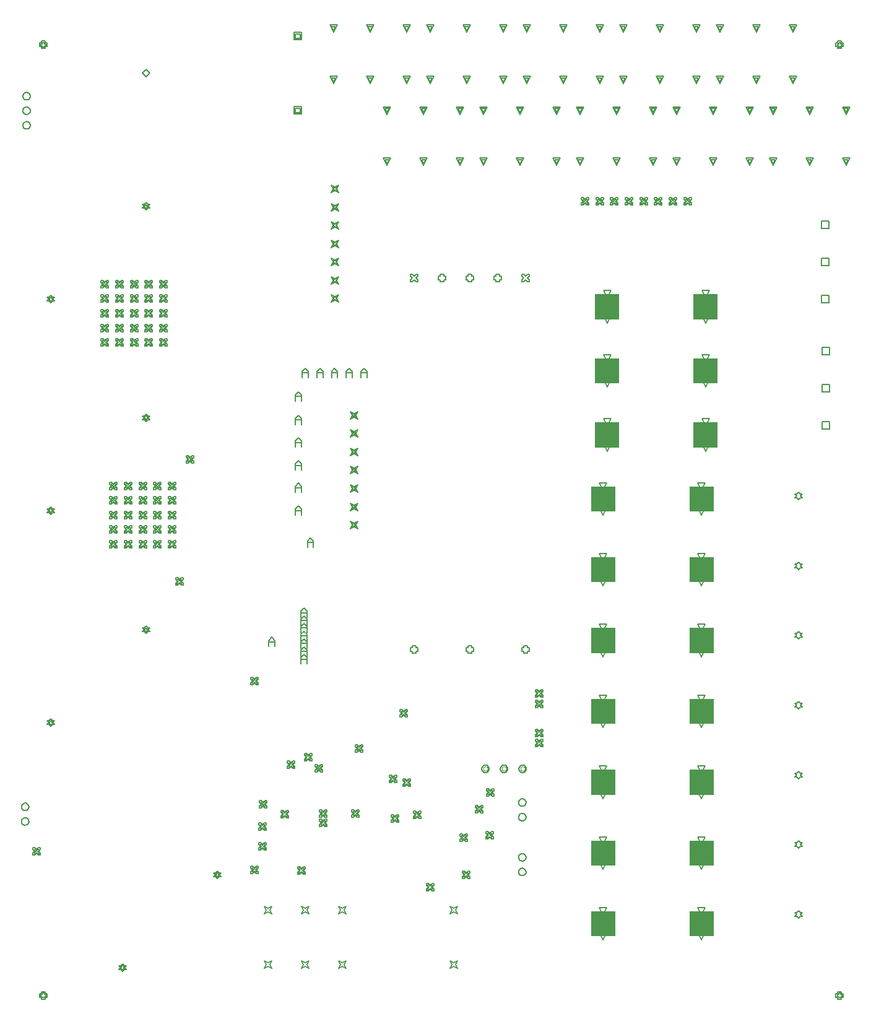
<source format=gbr>
%FSTAX23Y23*%
%MOIN*%
%SFA1B1*%

%IPPOS*%
%ADD94C,0.005000*%
%ADD133C,0.006667*%
%ADD134C,0.004000*%
%LNpms_board_drawing_1-1*%
%LPD*%
G36*
X03805Y02631D02*
X03675D01*
Y02765*
X03805*
Y02631*
G37*
G36*
X03275D02*
X03145D01*
Y02765*
X03275*
Y02631*
G37*
G36*
X03805Y02249D02*
X03675D01*
Y02383*
X03805*
Y02249*
G37*
G36*
X03275D02*
X03145D01*
Y02383*
X03275*
Y02249*
G37*
G36*
X03805Y01868D02*
X03675D01*
Y02002*
X03805*
Y01868*
G37*
G36*
X03275D02*
X03145D01*
Y02002*
X03275*
Y01868*
G37*
G36*
X03805Y01487D02*
X03675D01*
Y01621*
X03805*
Y01487*
G37*
G36*
X03275D02*
X03145D01*
Y01621*
X03275*
Y01487*
G37*
G36*
X03805Y01106D02*
X03675D01*
Y0124*
X03805*
Y01106*
G37*
G36*
X03275D02*
X03145D01*
Y0124*
X03275*
Y01106*
G37*
G36*
X03827Y04428D02*
X03697D01*
Y04562*
X03827*
Y04428*
G37*
G36*
X03297D02*
X03167D01*
Y04562*
X03297*
Y04428*
G37*
G36*
X03827Y04084D02*
X03697D01*
Y04218*
X03827*
Y04084*
G37*
G36*
X03297D02*
X03167D01*
Y04218*
X03297*
Y04084*
G37*
G36*
X03827Y03738D02*
X03697D01*
Y03872*
X03827*
Y03738*
G37*
G36*
X03297D02*
X03167D01*
Y03872*
X03297*
Y03738*
G37*
G36*
X03805Y03393D02*
X03675D01*
Y03527*
X03805*
Y03393*
G37*
G36*
X03275D02*
X03145D01*
Y03527*
X03275*
Y03393*
G37*
G36*
X03805Y03012D02*
X03675D01*
Y03146*
X03805*
Y03012*
G37*
G36*
X03275D02*
X03145D01*
Y03146*
X03275*
Y03012*
G37*
G54D94*
X04386Y04715D02*
Y04755D01*
X04426*
Y04715*
X04386*
Y04515D02*
Y04555D01*
X04426*
Y04515*
X04386*
Y04915D02*
Y04955D01*
X04426*
Y04915*
X04386*
X04389Y04038D02*
Y04078D01*
X04429*
Y04038*
X04389*
Y03838D02*
Y03878D01*
X04429*
Y03838*
X04389*
Y04238D02*
Y04278D01*
X04429*
Y04238*
X04389*
X03232Y04408D02*
X03212Y04448D01*
X03252*
X03232Y04408*
Y04542D02*
X03212Y04582D01*
X03252*
X03232Y04542*
X03762Y04408D02*
X03742Y04448D01*
X03782*
X03762Y04408*
Y04542D02*
X03742Y04582D01*
X03782*
X03762Y04542*
X03232Y04064D02*
X03212Y04104D01*
X03252*
X03232Y04064*
Y04198D02*
X03212Y04238D01*
X03252*
X03232Y04198*
X03762Y04064D02*
X03742Y04104D01*
X03782*
X03762Y04064*
Y04198D02*
X03742Y04238D01*
X03782*
X03762Y04198*
X03232Y03718D02*
X03212Y03758D01*
X03252*
X03232Y03718*
Y03852D02*
X03212Y03892D01*
X03252*
X03232Y03852*
X03762Y03718D02*
X03742Y03758D01*
X03782*
X03762Y03718*
Y03852D02*
X03742Y03892D01*
X03782*
X03762Y03852*
X0374Y0122D02*
X0372Y0126D01*
X0376*
X0374Y0122*
Y01086D02*
X0372Y01126D01*
X0376*
X0374Y01086*
X0321Y0122D02*
X0319Y0126D01*
X0323*
X0321Y0122*
Y01086D02*
X0319Y01126D01*
X0323*
X0321Y01086*
X0374Y01601D02*
X0372Y01641D01*
X0376*
X0374Y01601*
Y01467D02*
X0372Y01507D01*
X0376*
X0374Y01467*
X0321Y01601D02*
X0319Y01641D01*
X0323*
X0321Y01601*
Y01467D02*
X0319Y01507D01*
X0323*
X0321Y01467*
X0374Y02363D02*
X0372Y02403D01*
X0376*
X0374Y02363*
Y02229D02*
X0372Y02269D01*
X0376*
X0374Y02229*
X0321Y02363D02*
X0319Y02403D01*
X0323*
X0321Y02363*
Y02229D02*
X0319Y02269D01*
X0323*
X0321Y02229*
X0374Y02745D02*
X0372Y02785D01*
X0376*
X0374Y02745*
Y02611D02*
X0372Y02651D01*
X0376*
X0374Y02611*
X0321Y02745D02*
X0319Y02785D01*
X0323*
X0321Y02745*
Y02611D02*
X0319Y02651D01*
X0323*
X0321Y02611*
X0374Y03126D02*
X0372Y03166D01*
X0376*
X0374Y03126*
Y02992D02*
X0372Y03032D01*
X0376*
X0374Y02992*
X0321Y03126D02*
X0319Y03166D01*
X0323*
X0321Y03126*
Y02992D02*
X0319Y03032D01*
X0323*
X0321Y02992*
X04263Y03455D02*
X04273Y03465D01*
X04283*
X04273Y03475*
X04283Y03485*
X04273*
X04263Y03495*
X04253Y03485*
X04243*
X04253Y03475*
X04243Y03465*
X04253*
X04263Y03455*
Y0308D02*
X04273Y0309D01*
X04283*
X04273Y031*
X04283Y0311*
X04273*
X04263Y0312*
X04253Y0311*
X04243*
X04253Y031*
X04243Y0309*
X04253*
X04263Y0308*
Y02705D02*
X04273Y02715D01*
X04283*
X04273Y02725*
X04283Y02735*
X04273*
X04263Y02745*
X04253Y02735*
X04243*
X04253Y02725*
X04243Y02715*
X04253*
X04263Y02705*
Y0233D02*
X04273Y0234D01*
X04283*
X04273Y0235*
X04283Y0236*
X04273*
X04263Y0237*
X04253Y0236*
X04243*
X04253Y0235*
X04243Y0234*
X04253*
X04263Y0233*
Y01204D02*
X04273Y01214D01*
X04283*
X04273Y01224*
X04283Y01234*
X04273*
X04263Y01244*
X04253Y01234*
X04243*
X04253Y01224*
X04243Y01214*
X04253*
X04263Y01204*
Y01579D02*
X04273Y01589D01*
X04283*
X04273Y01599*
X04283Y01609*
X04273*
X04263Y01619*
X04253Y01609*
X04243*
X04253Y01599*
X04243Y01589*
X04253*
X04263Y01579*
Y01954D02*
X04273Y01964D01*
X04283*
X04273Y01974*
X04283Y01984*
X04273*
X04263Y01994*
X04253Y01984*
X04243*
X04253Y01974*
X04243Y01964*
X04253*
X04263Y01954*
X0321Y03373D02*
X0319Y03413D01*
X0323*
X0321Y03373*
Y03507D02*
X0319Y03547D01*
X0323*
X0321Y03507*
X0374Y03373D02*
X0372Y03413D01*
X0376*
X0374Y03373*
Y03507D02*
X0372Y03547D01*
X0376*
X0374Y03507*
X01387Y01228D02*
X01397Y01248D01*
X01387Y01268*
X01407Y01258*
X01427Y01268*
X01417Y01248*
X01427Y01228*
X01407Y01238*
X01387Y01228*
X01787D02*
X01797Y01248D01*
X01787Y01268*
X01807Y01258*
X01827Y01268*
X01817Y01248*
X01827Y01228*
X01807Y01238*
X01787Y01228*
X01587D02*
X01597Y01248D01*
X01587Y01268*
X01607Y01258*
X01627Y01268*
X01617Y01248*
X01627Y01228*
X01607Y01238*
X01587Y01228*
X01387Y00933D02*
X01397Y00953D01*
X01387Y00973*
X01407Y00963*
X01427Y00973*
X01417Y00953*
X01427Y00933*
X01407Y00943*
X01387Y00933*
X01787D02*
X01797Y00953D01*
X01787Y00973*
X01807Y00963*
X01827Y00973*
X01817Y00953*
X01827Y00933*
X01807Y00943*
X01787Y00933*
X01587D02*
X01597Y00953D01*
X01587Y00973*
X01607Y00963*
X01627Y00973*
X01617Y00953*
X01627Y00933*
X01607Y00943*
X01587Y00933*
X02387Y01228D02*
X02397Y01248D01*
X02387Y01268*
X02407Y01258*
X02427Y01268*
X02417Y01248*
X02427Y01228*
X02407Y01238*
X02387Y01228*
Y00933D02*
X02397Y00953D01*
X02387Y00973*
X02407Y00963*
X02427Y00973*
X02417Y00953*
X02427Y00933*
X02407Y00943*
X02387Y00933*
X02333Y0464D02*
Y0463D01*
X02353*
Y0464*
X02363*
Y0466*
X02353*
Y0467*
X02333*
Y0466*
X02323*
Y0464*
X02333*
X02633D02*
Y0463D01*
X02653*
Y0464*
X02663*
Y0466*
X02653*
Y0467*
X02633*
Y0466*
X02623*
Y0464*
X02633*
X02173Y0463D02*
X02183D01*
X02193Y0464*
X02203Y0463*
X02213*
Y0464*
X02203Y0465*
X02213Y0466*
Y0467*
X02203*
X02193Y0466*
X02183Y0467*
X02173*
Y0466*
X02183Y0465*
X02173Y0464*
Y0463*
X02483Y0464D02*
Y0463D01*
X02503*
Y0464*
X02513*
Y0466*
X02503*
Y0467*
X02483*
Y0466*
X02473*
Y0464*
X02483*
X02773Y0463D02*
X02783D01*
X02793Y0464*
X02803Y0463*
X02813*
Y0464*
X02803Y0465*
X02813Y0466*
Y0467*
X02803*
X02793Y0466*
X02783Y0467*
X02773*
Y0466*
X02783Y0465*
X02773Y0464*
Y0463*
X02783Y0264D02*
Y0263D01*
X02803*
Y0264*
X02813*
Y0266*
X02803*
Y0267*
X02783*
Y0266*
X02773*
Y0264*
X02783*
X02483D02*
Y0263D01*
X02503*
Y0264*
X02513*
Y0266*
X02503*
Y0267*
X02483*
Y0266*
X02473*
Y0264*
X02483*
X02183D02*
Y0263D01*
X02203*
Y0264*
X02213*
Y0266*
X02203*
Y0267*
X02183*
Y0266*
X02173*
Y0264*
X02183*
X00731Y05752D02*
X00751Y05772D01*
X00771Y05752*
X00751Y05732*
X00731Y05752*
X01546Y05932D02*
Y05972D01*
X01586*
Y05932*
X01546*
X01554Y0594D02*
Y05964D01*
X01578*
Y0594*
X01554*
X01546Y05532D02*
Y05572D01*
X01586*
Y05532*
X01546*
X01554Y0554D02*
Y05564D01*
X01578*
Y0554*
X01554*
X04519Y05255D02*
X04499Y05295D01*
X04539*
X04519Y05255*
Y05263D02*
X04507Y05287D01*
X04531*
X04519Y05263*
X04322Y05255D02*
X04302Y05295D01*
X04342*
X04322Y05255*
Y05263D02*
X0431Y05287D01*
X04334*
X04322Y05263*
X04125Y05255D02*
X04105Y05295D01*
X04145*
X04125Y05255*
Y05263D02*
X04113Y05287D01*
X04137*
X04125Y05263*
Y05531D02*
X04105Y05571D01*
X04145*
X04125Y05531*
Y05539D02*
X04113Y05563D01*
X04137*
X04125Y05539*
X04322Y05531D02*
X04302Y05571D01*
X04342*
X04322Y05531*
Y05539D02*
X0431Y05563D01*
X04334*
X04322Y05539*
X04519Y05531D02*
X04499Y05571D01*
X04539*
X04519Y05531*
Y05539D02*
X04507Y05563D01*
X04531*
X04519Y05539*
X04232Y05696D02*
X04212Y05736D01*
X04252*
X04232Y05696*
Y05704D02*
X0422Y05728D01*
X04244*
X04232Y05704*
X04035Y05696D02*
X04015Y05736D01*
X04055*
X04035Y05696*
Y05704D02*
X04023Y05728D01*
X04047*
X04035Y05704*
X03838Y05696D02*
X03818Y05736D01*
X03858*
X03838Y05696*
Y05704D02*
X03826Y05728D01*
X0385*
X03838Y05704*
Y05972D02*
X03818Y06012D01*
X03858*
X03838Y05972*
Y0598D02*
X03826Y06004D01*
X0385*
X03838Y0598*
X04035Y05972D02*
X04015Y06012D01*
X04055*
X04035Y05972*
Y0598D02*
X04023Y06004D01*
X04047*
X04035Y0598*
X04232Y05972D02*
X04212Y06012D01*
X04252*
X04232Y05972*
Y0598D02*
X0422Y06004D01*
X04244*
X04232Y0598*
X04Y05255D02*
X0398Y05295D01*
X0402*
X04Y05255*
Y05263D02*
X03988Y05287D01*
X04012*
X04Y05263*
X03803Y05255D02*
X03783Y05295D01*
X03823*
X03803Y05255*
Y05263D02*
X03791Y05287D01*
X03815*
X03803Y05263*
X03606Y05255D02*
X03586Y05295D01*
X03626*
X03606Y05255*
Y05263D02*
X03594Y05287D01*
X03618*
X03606Y05263*
Y05531D02*
X03586Y05571D01*
X03626*
X03606Y05531*
Y05539D02*
X03594Y05563D01*
X03618*
X03606Y05539*
X03803Y05531D02*
X03783Y05571D01*
X03823*
X03803Y05531*
Y05539D02*
X03791Y05563D01*
X03815*
X03803Y05539*
X04Y05531D02*
X0398Y05571D01*
X0402*
X04Y05531*
Y05539D02*
X03988Y05563D01*
X04012*
X04Y05539*
X03712Y05696D02*
X03692Y05736D01*
X03732*
X03712Y05696*
Y05704D02*
X037Y05728D01*
X03724*
X03712Y05704*
X03515Y05696D02*
X03495Y05736D01*
X03535*
X03515Y05696*
Y05704D02*
X03503Y05728D01*
X03527*
X03515Y05704*
X03318Y05696D02*
X03298Y05736D01*
X03338*
X03318Y05696*
Y05704D02*
X03306Y05728D01*
X0333*
X03318Y05704*
Y05972D02*
X03298Y06012D01*
X03338*
X03318Y05972*
Y0598D02*
X03306Y06004D01*
X0333*
X03318Y0598*
X03515Y05972D02*
X03495Y06012D01*
X03535*
X03515Y05972*
Y0598D02*
X03503Y06004D01*
X03527*
X03515Y0598*
X03712Y05972D02*
X03692Y06012D01*
X03732*
X03712Y05972*
Y0598D02*
X037Y06004D01*
X03724*
X03712Y0598*
X0348Y05255D02*
X0346Y05295D01*
X035*
X0348Y05255*
Y05263D02*
X03468Y05287D01*
X03492*
X0348Y05263*
X03283Y05255D02*
X03263Y05295D01*
X03303*
X03283Y05255*
Y05263D02*
X03271Y05287D01*
X03295*
X03283Y05263*
X03086Y05255D02*
X03066Y05295D01*
X03106*
X03086Y05255*
Y05263D02*
X03074Y05287D01*
X03098*
X03086Y05263*
Y05531D02*
X03066Y05571D01*
X03106*
X03086Y05531*
Y05539D02*
X03074Y05563D01*
X03098*
X03086Y05539*
X03283Y05531D02*
X03263Y05571D01*
X03303*
X03283Y05531*
Y05539D02*
X03271Y05563D01*
X03295*
X03283Y05539*
X0348Y05531D02*
X0346Y05571D01*
X035*
X0348Y05531*
Y05539D02*
X03468Y05563D01*
X03492*
X0348Y05539*
X03192Y05696D02*
X03172Y05736D01*
X03212*
X03192Y05696*
Y05704D02*
X0318Y05728D01*
X03204*
X03192Y05704*
X02996Y05696D02*
X02976Y05736D01*
X03016*
X02996Y05696*
Y05704D02*
X02984Y05728D01*
X03008*
X02996Y05704*
X02799Y05696D02*
X02779Y05736D01*
X02819*
X02799Y05696*
Y05704D02*
X02787Y05728D01*
X02811*
X02799Y05704*
Y05972D02*
X02779Y06012D01*
X02819*
X02799Y05972*
Y0598D02*
X02787Y06004D01*
X02811*
X02799Y0598*
X02996Y05972D02*
X02976Y06012D01*
X03016*
X02996Y05972*
Y0598D02*
X02984Y06004D01*
X03008*
X02996Y0598*
X03192Y05972D02*
X03172Y06012D01*
X03212*
X03192Y05972*
Y0598D02*
X0318Y06004D01*
X03204*
X03192Y0598*
X0296Y05255D02*
X0294Y05295D01*
X0298*
X0296Y05255*
Y05263D02*
X02948Y05287D01*
X02972*
X0296Y05263*
X02763Y05255D02*
X02743Y05295D01*
X02783*
X02763Y05255*
Y05263D02*
X02751Y05287D01*
X02775*
X02763Y05263*
X02566Y05255D02*
X02546Y05295D01*
X02586*
X02566Y05255*
Y05263D02*
X02554Y05287D01*
X02578*
X02566Y05263*
Y05531D02*
X02546Y05571D01*
X02586*
X02566Y05531*
Y05539D02*
X02554Y05563D01*
X02578*
X02566Y05539*
X02763Y05531D02*
X02743Y05571D01*
X02783*
X02763Y05531*
Y05539D02*
X02751Y05563D01*
X02775*
X02763Y05539*
X0296Y05531D02*
X0294Y05571D01*
X0298*
X0296Y05531*
Y05539D02*
X02948Y05563D01*
X02972*
X0296Y05539*
X02673Y05696D02*
X02653Y05736D01*
X02693*
X02673Y05696*
Y05704D02*
X02661Y05728D01*
X02685*
X02673Y05704*
X02476Y05696D02*
X02456Y05736D01*
X02496*
X02476Y05696*
Y05704D02*
X02464Y05728D01*
X02488*
X02476Y05704*
X02279Y05696D02*
X02259Y05736D01*
X02299*
X02279Y05696*
Y05704D02*
X02267Y05728D01*
X02291*
X02279Y05704*
Y05972D02*
X02259Y06012D01*
X02299*
X02279Y05972*
Y0598D02*
X02267Y06004D01*
X02291*
X02279Y0598*
X02476Y05972D02*
X02456Y06012D01*
X02496*
X02476Y05972*
Y0598D02*
X02464Y06004D01*
X02488*
X02476Y0598*
X02673Y05972D02*
X02653Y06012D01*
X02693*
X02673Y05972*
Y0598D02*
X02661Y06004D01*
X02685*
X02673Y0598*
X0244Y05255D02*
X0242Y05295D01*
X0246*
X0244Y05255*
Y05263D02*
X02428Y05287D01*
X02452*
X0244Y05263*
X02244Y05255D02*
X02224Y05295D01*
X02264*
X02244Y05255*
Y05263D02*
X02232Y05287D01*
X02256*
X02244Y05263*
X02047Y05255D02*
X02027Y05295D01*
X02067*
X02047Y05255*
Y05263D02*
X02035Y05287D01*
X02059*
X02047Y05263*
Y05531D02*
X02027Y05571D01*
X02067*
X02047Y05531*
Y05539D02*
X02035Y05563D01*
X02059*
X02047Y05539*
X02244Y05531D02*
X02224Y05571D01*
X02264*
X02244Y05531*
Y05539D02*
X02232Y05563D01*
X02256*
X02244Y05539*
X0244Y05531D02*
X0242Y05571D01*
X0246*
X0244Y05531*
Y05539D02*
X02428Y05563D01*
X02452*
X0244Y05539*
X02153Y05696D02*
X02133Y05736D01*
X02173*
X02153Y05696*
Y05704D02*
X02141Y05728D01*
X02165*
X02153Y05704*
X01956Y05696D02*
X01936Y05736D01*
X01976*
X01956Y05696*
Y05704D02*
X01944Y05728D01*
X01968*
X01956Y05704*
X01759Y05696D02*
X01739Y05736D01*
X01779*
X01759Y05696*
Y05704D02*
X01747Y05728D01*
X01771*
X01759Y05704*
Y05972D02*
X01739Y06012D01*
X01779*
X01759Y05972*
Y0598D02*
X01747Y06004D01*
X01771*
X01759Y0598*
X01956Y05972D02*
X01936Y06012D01*
X01976*
X01956Y05972*
Y0598D02*
X01944Y06004D01*
X01968*
X01956Y0598*
X02153Y05972D02*
X02133Y06012D01*
X02173*
X02153Y05972*
Y0598D02*
X02141Y06004D01*
X02165*
X02153Y0598*
X0321Y01848D02*
X0319Y01888D01*
X0323*
X0321Y01848*
Y01982D02*
X0319Y02022D01*
X0323*
X0321Y01982*
X0374Y01848D02*
X0372Y01888D01*
X0376*
X0374Y01848*
Y01982D02*
X0372Y02022D01*
X0376*
X0374Y01982*
X00749Y03878D02*
X00759Y03888D01*
X00769*
X00759Y03898*
X00769Y03908*
X00759*
X00749Y03918*
X00739Y03908*
X00729*
X00739Y03898*
X00729Y03888*
X00739*
X00749Y03878*
Y03886D02*
X00755Y03892D01*
X00761*
X00755Y03898*
X00761Y03904*
X00755*
X00749Y0391*
X00743Y03904*
X00737*
X00743Y03898*
X00737Y03892*
X00743*
X00749Y03886*
X00237Y03378D02*
X00247Y03388D01*
X00257*
X00247Y03398*
X00257Y03408*
X00247*
X00237Y03418*
X00227Y03408*
X00217*
X00227Y03398*
X00217Y03388*
X00227*
X00237Y03378*
Y03386D02*
X00243Y03392D01*
X00249*
X00243Y03398*
X00249Y03404*
X00243*
X00237Y0341*
X00231Y03404*
X00225*
X00231Y03398*
X00225Y03392*
X00231*
X00237Y03386*
X00748Y05015D02*
X00758Y05025D01*
X00768*
X00758Y05035*
X00768Y05045*
X00758*
X00748Y05055*
X00738Y05045*
X00728*
X00738Y05035*
X00728Y05025*
X00738*
X00748Y05015*
Y05023D02*
X00754Y05029D01*
X0076*
X00754Y05035*
X0076Y05041*
X00754*
X00748Y05047*
X00742Y05041*
X00736*
X00742Y05035*
X00736Y05029*
X00742*
X00748Y05023*
X00236Y04515D02*
X00246Y04525D01*
X00256*
X00246Y04535*
X00256Y04545*
X00246*
X00236Y04555*
X00226Y04545*
X00216*
X00226Y04535*
X00216Y04525*
X00226*
X00236Y04515*
Y04523D02*
X00242Y04529D01*
X00248*
X00242Y04535*
X00248Y04541*
X00242*
X00236Y04547*
X0023Y04541*
X00224*
X0023Y04535*
X00224Y04529*
X0023*
X00236Y04523*
X01134Y01417D02*
X01144Y01427D01*
X01154*
X01144Y01437*
X01154Y01447*
X01144*
X01134Y01457*
X01124Y01447*
X01114*
X01124Y01437*
X01114Y01427*
X01124*
X01134Y01417*
Y01425D02*
X0114Y01431D01*
X01146*
X0114Y01437*
X01146Y01443*
X0114*
X01134Y01449*
X01128Y01443*
X01122*
X01128Y01437*
X01122Y01431*
X01128*
X01134Y01425*
X00622Y00917D02*
X00632Y00927D01*
X00642*
X00632Y00937*
X00642Y00947*
X00632*
X00622Y00957*
X00612Y00947*
X00602*
X00612Y00937*
X00602Y00927*
X00612*
X00622Y00917*
Y00925D02*
X00628Y00931D01*
X00634*
X00628Y00937*
X00634Y00943*
X00628*
X00622Y00949*
X00616Y00943*
X0061*
X00616Y00937*
X0061Y00931*
X00616*
X00622Y00925*
X00748Y02735D02*
X00758Y02745D01*
X00768*
X00758Y02755*
X00768Y02765*
X00758*
X00748Y02775*
X00738Y02765*
X00728*
X00738Y02755*
X00728Y02745*
X00738*
X00748Y02735*
Y02743D02*
X00754Y02749D01*
X0076*
X00754Y02755*
X0076Y02761*
X00754*
X00748Y02767*
X00742Y02761*
X00736*
X00742Y02755*
X00736Y02749*
X00742*
X00748Y02743*
X00236Y02235D02*
X00246Y02245D01*
X00256*
X00246Y02255*
X00256Y02265*
X00246*
X00236Y02275*
X00226Y02265*
X00216*
X00226Y02255*
X00216Y02245*
X00226*
X00236Y02235*
Y02243D02*
X00242Y02249D01*
X00248*
X00242Y02255*
X00248Y02261*
X00242*
X00236Y02267*
X0023Y02261*
X00224*
X0023Y02255*
X00224Y02249*
X0023*
X00236Y02243*
X01747Y04716D02*
X01757Y04736D01*
X01747Y04756*
X01767Y04746*
X01787Y04756*
X01777Y04736*
X01787Y04716*
X01767Y04726*
X01747Y04716*
X01755Y04724D02*
X01761Y04736D01*
X01755Y04748*
X01767Y04742*
X01779Y04748*
X01773Y04736*
X01779Y04724*
X01767Y0473*
X01755Y04724*
X01747Y04617D02*
X01757Y04637D01*
X01747Y04657*
X01767Y04647*
X01787Y04657*
X01777Y04637*
X01787Y04617*
X01767Y04627*
X01747Y04617*
X01755Y04625D02*
X01761Y04637D01*
X01755Y04649*
X01767Y04643*
X01779Y04649*
X01773Y04637*
X01779Y04625*
X01767Y04631*
X01755Y04625*
X01747Y04519D02*
X01757Y04539D01*
X01747Y04559*
X01767Y04549*
X01787Y04559*
X01777Y04539*
X01787Y04519*
X01767Y04529*
X01747Y04519*
X01755Y04527D02*
X01761Y04539D01*
X01755Y04551*
X01767Y04545*
X01779Y04551*
X01773Y04539*
X01779Y04527*
X01767Y04533*
X01755Y04527*
X01747Y04814D02*
X01757Y04834D01*
X01747Y04854*
X01767Y04844*
X01787Y04854*
X01777Y04834*
X01787Y04814*
X01767Y04824*
X01747Y04814*
X01755Y04822D02*
X01761Y04834D01*
X01755Y04846*
X01767Y0484*
X01779Y04846*
X01773Y04834*
X01779Y04822*
X01767Y04828*
X01755Y04822*
X01747Y04913D02*
X01757Y04933D01*
X01747Y04953*
X01767Y04943*
X01787Y04953*
X01777Y04933*
X01787Y04913*
X01767Y04923*
X01747Y04913*
X01755Y04921D02*
X01761Y04933D01*
X01755Y04945*
X01767Y04939*
X01779Y04945*
X01773Y04933*
X01779Y04921*
X01767Y04927*
X01755Y04921*
X01747Y05011D02*
X01757Y05031D01*
X01747Y05051*
X01767Y05041*
X01787Y05051*
X01777Y05031*
X01787Y05011*
X01767Y05021*
X01747Y05011*
X01755Y05019D02*
X01761Y05031D01*
X01755Y05043*
X01767Y05037*
X01779Y05043*
X01773Y05031*
X01779Y05019*
X01767Y05025*
X01755Y05019*
X01747Y05109D02*
X01757Y05129D01*
X01747Y05149*
X01767Y05139*
X01787Y05149*
X01777Y05129*
X01787Y05109*
X01767Y05119*
X01747Y05109*
X01755Y05117D02*
X01761Y05129D01*
X01755Y05141*
X01767Y05135*
X01779Y05141*
X01773Y05129*
X01779Y05117*
X01767Y05123*
X01755Y05117*
X01848Y03497D02*
X01858Y03517D01*
X01848Y03537*
X01868Y03527*
X01888Y03537*
X01878Y03517*
X01888Y03497*
X01868Y03507*
X01848Y03497*
X01856Y03505D02*
X01862Y03517D01*
X01856Y03529*
X01868Y03523*
X0188Y03529*
X01874Y03517*
X0188Y03505*
X01868Y03511*
X01856Y03505*
X01848Y03398D02*
X01858Y03418D01*
X01848Y03438*
X01868Y03428*
X01888Y03438*
X01878Y03418*
X01888Y03398*
X01868Y03408*
X01848Y03398*
X01856Y03406D02*
X01862Y03418D01*
X01856Y0343*
X01868Y03424*
X0188Y0343*
X01874Y03418*
X0188Y03406*
X01868Y03412*
X01856Y03406*
X01848Y033D02*
X01858Y0332D01*
X01848Y0334*
X01868Y0333*
X01888Y0334*
X01878Y0332*
X01888Y033*
X01868Y0331*
X01848Y033*
X01856Y03308D02*
X01862Y0332D01*
X01856Y03332*
X01868Y03326*
X0188Y03332*
X01874Y0332*
X0188Y03308*
X01868Y03314*
X01856Y03308*
X01848Y03595D02*
X01858Y03615D01*
X01848Y03635*
X01868Y03625*
X01888Y03635*
X01878Y03615*
X01888Y03595*
X01868Y03605*
X01848Y03595*
X01856Y03603D02*
X01862Y03615D01*
X01856Y03627*
X01868Y03621*
X0188Y03627*
X01874Y03615*
X0188Y03603*
X01868Y03609*
X01856Y03603*
X01848Y03694D02*
X01858Y03714D01*
X01848Y03734*
X01868Y03724*
X01888Y03734*
X01878Y03714*
X01888Y03694*
X01868Y03704*
X01848Y03694*
X01856Y03702D02*
X01862Y03714D01*
X01856Y03726*
X01868Y0372*
X0188Y03726*
X01874Y03714*
X0188Y03702*
X01868Y03708*
X01856Y03702*
X01848Y03792D02*
X01858Y03812D01*
X01848Y03832*
X01868Y03822*
X01888Y03832*
X01878Y03812*
X01888Y03792*
X01868Y03802*
X01848Y03792*
X01856Y038D02*
X01862Y03812D01*
X01856Y03824*
X01868Y03818*
X0188Y03824*
X01874Y03812*
X0188Y038*
X01868Y03806*
X01856Y038*
X01848Y03891D02*
X01858Y03911D01*
X01848Y03931*
X01868Y03921*
X01888Y03931*
X01878Y03911*
X01888Y03891*
X01868Y03901*
X01848Y03891*
X01856Y03899D02*
X01862Y03911D01*
X01856Y03923*
X01868Y03917*
X0188Y03923*
X01874Y03911*
X0188Y03899*
X01868Y03905*
X01856Y03899*
X04474Y05895D02*
Y05885D01*
X04494*
Y05895*
X04504*
Y05915*
X04494*
Y05925*
X04474*
Y05915*
X04464*
Y05895*
X04474*
X04478Y05899D02*
Y05893D01*
X0449*
Y05899*
X04496*
Y05911*
X0449*
Y05917*
X04478*
Y05911*
X04472*
Y05899*
X04478*
X04474Y00777D02*
Y00767D01*
X04494*
Y00777*
X04504*
Y00797*
X04494*
Y00807*
X04474*
Y00797*
X04464*
Y00777*
X04474*
X04478Y00781D02*
Y00775D01*
X0449*
Y00781*
X04496*
Y00793*
X0449*
Y00799*
X04478*
Y00793*
X04472*
Y00781*
X04478*
X00186Y00777D02*
Y00767D01*
X00206*
Y00777*
X00216*
Y00797*
X00206*
Y00807*
X00186*
Y00797*
X00176*
Y00777*
X00186*
X0019Y00781D02*
Y00775D01*
X00202*
Y00781*
X00208*
Y00793*
X00202*
Y00799*
X0019*
Y00793*
X00184*
Y00781*
X0019*
X00186Y05895D02*
Y05885D01*
X00206*
Y05895*
X00216*
Y05915*
X00206*
Y05925*
X00186*
Y05915*
X00176*
Y05895*
X00186*
X0019Y05899D02*
Y05893D01*
X00202*
Y05899*
X00208*
Y05911*
X00202*
Y05917*
X0019*
Y05911*
X00184*
Y05899*
X0019*
X02582Y01861D02*
X02592D01*
X02602Y01871*
X02612Y01861*
X02622*
Y01871*
X02612Y01881*
X02622Y01891*
Y01901*
X02612*
X02602Y01891*
X02592Y01901*
X02582*
Y01891*
X02592Y01881*
X02582Y01871*
Y01861*
X0259Y01869D02*
X02596D01*
X02602Y01875*
X02608Y01869*
X02614*
Y01875*
X02608Y01881*
X02614Y01887*
Y01893*
X02608*
X02602Y01887*
X02596Y01893*
X0259*
Y01887*
X02596Y01881*
X0259Y01875*
Y01869*
X01314Y01444D02*
X01324D01*
X01334Y01454*
X01344Y01444*
X01354*
Y01454*
X01344Y01464*
X01354Y01474*
Y01484*
X01344*
X01334Y01474*
X01324Y01484*
X01314*
Y01474*
X01324Y01464*
X01314Y01454*
Y01444*
X01322Y01452D02*
X01328D01*
X01334Y01458*
X0134Y01452*
X01346*
Y01458*
X0134Y01464*
X01346Y0147*
Y01476*
X0134*
X01334Y0147*
X01328Y01476*
X01322*
Y0147*
X01328Y01464*
X01322Y01458*
Y01452*
X00141Y01542D02*
X00151D01*
X00161Y01552*
X00171Y01542*
X00181*
Y01552*
X00171Y01562*
X00181Y01572*
Y01582*
X00171*
X00161Y01572*
X00151Y01582*
X00141*
Y01572*
X00151Y01562*
X00141Y01552*
Y01542*
X00149Y0155D02*
X00155D01*
X00161Y01556*
X00167Y0155*
X00173*
Y01556*
X00167Y01562*
X00173Y01568*
Y01574*
X00167*
X00161Y01568*
X00155Y01574*
X00149*
Y01568*
X00155Y01562*
X00149Y01556*
Y0155*
X02452Y01417D02*
X02462D01*
X02472Y01427*
X02482Y01417*
X02492*
Y01427*
X02482Y01437*
X02492Y01447*
Y01457*
X02482*
X02472Y01447*
X02462Y01457*
X02452*
Y01447*
X02462Y01437*
X02452Y01427*
Y01417*
X0246Y01425D02*
X02466D01*
X02472Y01431*
X02478Y01425*
X02484*
Y01431*
X02478Y01437*
X02484Y01443*
Y01449*
X02478*
X02472Y01443*
X02466Y01449*
X0246*
Y01443*
X02466Y01437*
X0246Y01431*
Y01425*
X01314Y0246D02*
X01324D01*
X01334Y0247*
X01344Y0246*
X01354*
Y0247*
X01344Y0248*
X01354Y0249*
Y025*
X01344*
X01334Y0249*
X01324Y025*
X01314*
Y0249*
X01324Y0248*
X01314Y0247*
Y0246*
X01322Y02468D02*
X01328D01*
X01334Y02474*
X0134Y02468*
X01346*
Y02474*
X0134Y0248*
X01346Y02486*
Y02492*
X0134*
X01334Y02486*
X01328Y02492*
X01322*
Y02486*
X01328Y0248*
X01322Y02474*
Y02468*
X01877Y02098D02*
X01887D01*
X01897Y02108*
X01907Y02098*
X01917*
Y02108*
X01907Y02118*
X01917Y02128*
Y02138*
X01907*
X01897Y02128*
X01887Y02138*
X01877*
Y02128*
X01887Y02118*
X01877Y02108*
Y02098*
X01885Y02106D02*
X01891D01*
X01897Y02112*
X01903Y02106*
X01909*
Y02112*
X01903Y02118*
X01909Y02124*
Y0213*
X01903*
X01897Y02124*
X01891Y0213*
X01885*
Y02124*
X01891Y02118*
X01885Y02112*
Y02106*
X01511Y02009D02*
X01521D01*
X01531Y02019*
X01541Y02009*
X01551*
Y02019*
X01541Y02029*
X01551Y02039*
Y02049*
X01541*
X01531Y02039*
X01521Y02049*
X01511*
Y02039*
X01521Y02029*
X01511Y02019*
Y02009*
X01519Y02017D02*
X01525D01*
X01531Y02023*
X01537Y02017*
X01543*
Y02023*
X01537Y02029*
X01543Y02035*
Y02041*
X01537*
X01531Y02035*
X01525Y02041*
X01519*
Y02035*
X01525Y02029*
X01519Y02023*
Y02017*
X01476Y01743D02*
X01486D01*
X01496Y01753*
X01506Y01743*
X01516*
Y01753*
X01506Y01763*
X01516Y01773*
Y01783*
X01506*
X01496Y01773*
X01486Y01783*
X01476*
Y01773*
X01486Y01763*
X01476Y01753*
Y01743*
X01484Y01751D02*
X0149D01*
X01496Y01757*
X01502Y01751*
X01508*
Y01757*
X01502Y01763*
X01508Y01769*
Y01775*
X01502*
X01496Y01769*
X0149Y01775*
X01484*
Y01769*
X0149Y01763*
X01484Y01757*
Y01751*
X01684Y01696D02*
X01694D01*
X01704Y01706*
X01714Y01696*
X01724*
Y01706*
X01714Y01716*
X01724Y01726*
Y01736*
X01714*
X01704Y01726*
X01694Y01736*
X01684*
Y01726*
X01694Y01716*
X01684Y01706*
Y01696*
X01692Y01704D02*
X01698D01*
X01704Y0171*
X0171Y01704*
X01716*
Y0171*
X0171Y01716*
X01716Y01722*
Y01728*
X0171*
X01704Y01722*
X01698Y01728*
X01692*
Y01722*
X01698Y01716*
X01692Y0171*
Y01704*
X01361Y01798D02*
X01371D01*
X01381Y01808*
X01391Y01798*
X01401*
Y01808*
X01391Y01818*
X01401Y01828*
Y01838*
X01391*
X01381Y01828*
X01371Y01838*
X01361*
Y01828*
X01371Y01818*
X01361Y01808*
Y01798*
X01369Y01806D02*
X01375D01*
X01381Y01812*
X01387Y01806*
X01393*
Y01812*
X01387Y01818*
X01393Y01824*
Y0183*
X01387*
X01381Y01824*
X01375Y0183*
X01369*
Y01824*
X01375Y01818*
X01369Y01812*
Y01806*
X02117Y02287D02*
X02127D01*
X02137Y02297*
X02147Y02287*
X02157*
Y02297*
X02147Y02307*
X02157Y02317*
Y02327*
X02147*
X02137Y02317*
X02127Y02327*
X02117*
Y02317*
X02127Y02307*
X02117Y02297*
Y02287*
X02125Y02295D02*
X02131D01*
X02137Y02301*
X02143Y02295*
X02149*
Y02301*
X02143Y02307*
X02149Y02313*
Y02319*
X02143*
X02137Y02313*
X02131Y02319*
X02125*
Y02313*
X02131Y02307*
X02125Y02301*
Y02295*
X00965Y03654D02*
X00975D01*
X00985Y03664*
X00995Y03654*
X01005*
Y03664*
X00995Y03674*
X01005Y03684*
Y03694*
X00995*
X00985Y03684*
X00975Y03694*
X00965*
Y03684*
X00975Y03674*
X00965Y03664*
Y03654*
X00973Y03662D02*
X00979D01*
X00985Y03668*
X00991Y03662*
X00997*
Y03668*
X00991Y03674*
X00997Y0368*
Y03686*
X00991*
X00985Y0368*
X00979Y03686*
X00973*
Y0368*
X00979Y03674*
X00973Y03668*
Y03662*
X01409Y02665D02*
Y02698D01*
X01426Y02715*
X01442Y02698*
Y02665*
Y0269*
X01409*
X00822Y04519D02*
X00832D01*
X00842Y04529*
X00852Y04519*
X00862*
Y04529*
X00852Y04539*
X00862Y04549*
Y04559*
X00852*
X00842Y04549*
X00832Y04559*
X00822*
Y04549*
X00832Y04539*
X00822Y04529*
Y04519*
X0083Y04527D02*
X00836D01*
X00842Y04533*
X00848Y04527*
X00854*
Y04533*
X00848Y04539*
X00854Y04545*
Y04551*
X00848*
X00842Y04545*
X00836Y04551*
X0083*
Y04545*
X00836Y04539*
X0083Y04533*
Y04527*
X00743Y04519D02*
X00753D01*
X00763Y04529*
X00773Y04519*
X00783*
Y04529*
X00773Y04539*
X00783Y04549*
Y04559*
X00773*
X00763Y04549*
X00753Y04559*
X00743*
Y04549*
X00753Y04539*
X00743Y04529*
Y04519*
X00751Y04527D02*
X00757D01*
X00763Y04533*
X00769Y04527*
X00775*
Y04533*
X00769Y04539*
X00775Y04545*
Y04551*
X00769*
X00763Y04545*
X00757Y04551*
X00751*
Y04545*
X00757Y04539*
X00751Y04533*
Y04527*
X00665Y04519D02*
X00675D01*
X00685Y04529*
X00695Y04519*
X00705*
Y04529*
X00695Y04539*
X00705Y04549*
Y04559*
X00695*
X00685Y04549*
X00675Y04559*
X00665*
Y04549*
X00675Y04539*
X00665Y04529*
Y04519*
X00673Y04527D02*
X00679D01*
X00685Y04533*
X00691Y04527*
X00697*
Y04533*
X00691Y04539*
X00697Y04545*
Y04551*
X00691*
X00685Y04545*
X00679Y04551*
X00673*
Y04545*
X00679Y04539*
X00673Y04533*
Y04527*
X00822Y04361D02*
X00832D01*
X00842Y04371*
X00852Y04361*
X00862*
Y04371*
X00852Y04381*
X00862Y04391*
Y04401*
X00852*
X00842Y04391*
X00832Y04401*
X00822*
Y04391*
X00832Y04381*
X00822Y04371*
Y04361*
X0083Y04369D02*
X00836D01*
X00842Y04375*
X00848Y04369*
X00854*
Y04375*
X00848Y04381*
X00854Y04387*
Y04393*
X00848*
X00842Y04387*
X00836Y04393*
X0083*
Y04387*
X00836Y04381*
X0083Y04375*
Y04369*
X00743Y04361D02*
X00753D01*
X00763Y04371*
X00773Y04361*
X00783*
Y04371*
X00773Y04381*
X00783Y04391*
Y04401*
X00773*
X00763Y04391*
X00753Y04401*
X00743*
Y04391*
X00753Y04381*
X00743Y04371*
Y04361*
X00751Y04369D02*
X00757D01*
X00763Y04375*
X00769Y04369*
X00775*
Y04375*
X00769Y04381*
X00775Y04387*
Y04393*
X00769*
X00763Y04387*
X00757Y04393*
X00751*
Y04387*
X00757Y04381*
X00751Y04375*
Y04369*
X00665Y04361D02*
X00675D01*
X00685Y04371*
X00695Y04361*
X00705*
Y04371*
X00695Y04381*
X00705Y04391*
Y04401*
X00695*
X00685Y04391*
X00675Y04401*
X00665*
Y04391*
X00675Y04381*
X00665Y04371*
Y04361*
X00673Y04369D02*
X00679D01*
X00685Y04375*
X00691Y04369*
X00697*
Y04375*
X00691Y04381*
X00697Y04387*
Y04393*
X00691*
X00685Y04387*
X00679Y04393*
X00673*
Y04387*
X00679Y04381*
X00673Y04375*
Y04369*
X00665Y04598D02*
X00675D01*
X00685Y04608*
X00695Y04598*
X00705*
Y04608*
X00695Y04618*
X00705Y04628*
Y04638*
X00695*
X00685Y04628*
X00675Y04638*
X00665*
Y04628*
X00675Y04618*
X00665Y04608*
Y04598*
X00673Y04606D02*
X00679D01*
X00685Y04612*
X00691Y04606*
X00697*
Y04612*
X00691Y04618*
X00697Y04624*
Y0463*
X00691*
X00685Y04624*
X00679Y0463*
X00673*
Y04624*
X00679Y04618*
X00673Y04612*
Y04606*
X00822Y04598D02*
X00832D01*
X00842Y04608*
X00852Y04598*
X00862*
Y04608*
X00852Y04618*
X00862Y04628*
Y04638*
X00852*
X00842Y04628*
X00832Y04638*
X00822*
Y04628*
X00832Y04618*
X00822Y04608*
Y04598*
X0083Y04606D02*
X00836D01*
X00842Y04612*
X00848Y04606*
X00854*
Y04612*
X00848Y04618*
X00854Y04624*
Y0463*
X00848*
X00842Y04624*
X00836Y0463*
X0083*
Y04624*
X00836Y04618*
X0083Y04612*
Y04606*
X00507Y04519D02*
X00517D01*
X00527Y04529*
X00537Y04519*
X00547*
Y04529*
X00537Y04539*
X00547Y04549*
Y04559*
X00537*
X00527Y04549*
X00517Y04559*
X00507*
Y04549*
X00517Y04539*
X00507Y04529*
Y04519*
X00515Y04527D02*
X00521D01*
X00527Y04533*
X00533Y04527*
X00539*
Y04533*
X00533Y04539*
X00539Y04545*
Y04551*
X00533*
X00527Y04545*
X00521Y04551*
X00515*
Y04545*
X00521Y04539*
X00515Y04533*
Y04527*
X00586Y04519D02*
X00596D01*
X00606Y04529*
X00616Y04519*
X00626*
Y04529*
X00616Y04539*
X00626Y04549*
Y04559*
X00616*
X00606Y04549*
X00596Y04559*
X00586*
Y04549*
X00596Y04539*
X00586Y04529*
Y04519*
X00594Y04527D02*
X006D01*
X00606Y04533*
X00612Y04527*
X00618*
Y04533*
X00612Y04539*
X00618Y04545*
Y04551*
X00612*
X00606Y04545*
X006Y04551*
X00594*
Y04545*
X006Y04539*
X00594Y04533*
Y04527*
X00586Y04361D02*
X00596D01*
X00606Y04371*
X00616Y04361*
X00626*
Y04371*
X00616Y04381*
X00626Y04391*
Y04401*
X00616*
X00606Y04391*
X00596Y04401*
X00586*
Y04391*
X00596Y04381*
X00586Y04371*
Y04361*
X00594Y04369D02*
X006D01*
X00606Y04375*
X00612Y04369*
X00618*
Y04375*
X00612Y04381*
X00618Y04387*
Y04393*
X00612*
X00606Y04387*
X006Y04393*
X00594*
Y04387*
X006Y04381*
X00594Y04375*
Y04369*
X00507Y04283D02*
X00517D01*
X00527Y04293*
X00537Y04283*
X00547*
Y04293*
X00537Y04303*
X00547Y04313*
Y04323*
X00537*
X00527Y04313*
X00517Y04323*
X00507*
Y04313*
X00517Y04303*
X00507Y04293*
Y04283*
X00515Y04291D02*
X00521D01*
X00527Y04297*
X00533Y04291*
X00539*
Y04297*
X00533Y04303*
X00539Y04309*
Y04315*
X00533*
X00527Y04309*
X00521Y04315*
X00515*
Y04309*
X00521Y04303*
X00515Y04297*
Y04291*
X00507Y04598D02*
X00517D01*
X00527Y04608*
X00537Y04598*
X00547*
Y04608*
X00537Y04618*
X00547Y04628*
Y04638*
X00537*
X00527Y04628*
X00517Y04638*
X00507*
Y04628*
X00517Y04618*
X00507Y04608*
Y04598*
X00515Y04606D02*
X00521D01*
X00527Y04612*
X00533Y04606*
X00539*
Y04612*
X00533Y04618*
X00539Y04624*
Y0463*
X00533*
X00527Y04624*
X00521Y0463*
X00515*
Y04624*
X00521Y04618*
X00515Y04612*
Y04606*
X00743Y0444D02*
X00753D01*
X00763Y0445*
X00773Y0444*
X00783*
Y0445*
X00773Y0446*
X00783Y0447*
Y0448*
X00773*
X00763Y0447*
X00753Y0448*
X00743*
Y0447*
X00753Y0446*
X00743Y0445*
Y0444*
X00751Y04448D02*
X00757D01*
X00763Y04454*
X00769Y04448*
X00775*
Y04454*
X00769Y0446*
X00775Y04466*
Y04472*
X00769*
X00763Y04466*
X00757Y04472*
X00751*
Y04466*
X00757Y0446*
X00751Y04454*
Y04448*
X00822Y04283D02*
X00832D01*
X00842Y04293*
X00852Y04283*
X00862*
Y04293*
X00852Y04303*
X00862Y04313*
Y04323*
X00852*
X00842Y04313*
X00832Y04323*
X00822*
Y04313*
X00832Y04303*
X00822Y04293*
Y04283*
X0083Y04291D02*
X00836D01*
X00842Y04297*
X00848Y04291*
X00854*
Y04297*
X00848Y04303*
X00854Y04309*
Y04315*
X00848*
X00842Y04309*
X00836Y04315*
X0083*
Y04309*
X00836Y04303*
X0083Y04297*
Y04291*
X00743Y04283D02*
X00753D01*
X00763Y04293*
X00773Y04283*
X00783*
Y04293*
X00773Y04303*
X00783Y04313*
Y04323*
X00773*
X00763Y04313*
X00753Y04323*
X00743*
Y04313*
X00753Y04303*
X00743Y04293*
Y04283*
X00751Y04291D02*
X00757D01*
X00763Y04297*
X00769Y04291*
X00775*
Y04297*
X00769Y04303*
X00775Y04309*
Y04315*
X00769*
X00763Y04309*
X00757Y04315*
X00751*
Y04309*
X00757Y04303*
X00751Y04297*
Y04291*
X00586Y04598D02*
X00596D01*
X00606Y04608*
X00616Y04598*
X00626*
Y04608*
X00616Y04618*
X00626Y04628*
Y04638*
X00616*
X00606Y04628*
X00596Y04638*
X00586*
Y04628*
X00596Y04618*
X00586Y04608*
Y04598*
X00594Y04606D02*
X006D01*
X00606Y04612*
X00612Y04606*
X00618*
Y04612*
X00612Y04618*
X00618Y04624*
Y0463*
X00612*
X00606Y04624*
X006Y0463*
X00594*
Y04624*
X006Y04618*
X00594Y04612*
Y04606*
X00586Y0444D02*
X00596D01*
X00606Y0445*
X00616Y0444*
X00626*
Y0445*
X00616Y0446*
X00626Y0447*
Y0448*
X00616*
X00606Y0447*
X00596Y0448*
X00586*
Y0447*
X00596Y0446*
X00586Y0445*
Y0444*
X00594Y04448D02*
X006D01*
X00606Y04454*
X00612Y04448*
X00618*
Y04454*
X00612Y0446*
X00618Y04466*
Y04472*
X00612*
X00606Y04466*
X006Y04472*
X00594*
Y04466*
X006Y0446*
X00594Y04454*
Y04448*
X00507Y04361D02*
X00517D01*
X00527Y04371*
X00537Y04361*
X00547*
Y04371*
X00537Y04381*
X00547Y04391*
Y04401*
X00537*
X00527Y04391*
X00517Y04401*
X00507*
Y04391*
X00517Y04381*
X00507Y04371*
Y04361*
X00515Y04369D02*
X00521D01*
X00527Y04375*
X00533Y04369*
X00539*
Y04375*
X00533Y04381*
X00539Y04387*
Y04393*
X00533*
X00527Y04387*
X00521Y04393*
X00515*
Y04387*
X00521Y04381*
X00515Y04375*
Y04369*
X00586Y04283D02*
X00596D01*
X00606Y04293*
X00616Y04283*
X00626*
Y04293*
X00616Y04303*
X00626Y04313*
Y04323*
X00616*
X00606Y04313*
X00596Y04323*
X00586*
Y04313*
X00596Y04303*
X00586Y04293*
Y04283*
X00594Y04291D02*
X006D01*
X00606Y04297*
X00612Y04291*
X00618*
Y04297*
X00612Y04303*
X00618Y04309*
Y04315*
X00612*
X00606Y04309*
X006Y04315*
X00594*
Y04309*
X006Y04303*
X00594Y04297*
Y04291*
X00665Y04283D02*
X00675D01*
X00685Y04293*
X00695Y04283*
X00705*
Y04293*
X00695Y04303*
X00705Y04313*
Y04323*
X00695*
X00685Y04313*
X00675Y04323*
X00665*
Y04313*
X00675Y04303*
X00665Y04293*
Y04283*
X00673Y04291D02*
X00679D01*
X00685Y04297*
X00691Y04291*
X00697*
Y04297*
X00691Y04303*
X00697Y04309*
Y04315*
X00691*
X00685Y04309*
X00679Y04315*
X00673*
Y04309*
X00679Y04303*
X00673Y04297*
Y04291*
X00822Y0444D02*
X00832D01*
X00842Y0445*
X00852Y0444*
X00862*
Y0445*
X00852Y0446*
X00862Y0447*
Y0448*
X00852*
X00842Y0447*
X00832Y0448*
X00822*
Y0447*
X00832Y0446*
X00822Y0445*
Y0444*
X0083Y04448D02*
X00836D01*
X00842Y04454*
X00848Y04448*
X00854*
Y04454*
X00848Y0446*
X00854Y04466*
Y04472*
X00848*
X00842Y04466*
X00836Y04472*
X0083*
Y04466*
X00836Y0446*
X0083Y04454*
Y04448*
X00507Y0444D02*
X00517D01*
X00527Y0445*
X00537Y0444*
X00547*
Y0445*
X00537Y0446*
X00547Y0447*
Y0448*
X00537*
X00527Y0447*
X00517Y0448*
X00507*
Y0447*
X00517Y0446*
X00507Y0445*
Y0444*
X00515Y04448D02*
X00521D01*
X00527Y04454*
X00533Y04448*
X00539*
Y04454*
X00533Y0446*
X00539Y04466*
Y04472*
X00533*
X00527Y04466*
X00521Y04472*
X00515*
Y04466*
X00521Y0446*
X00515Y04454*
Y04448*
X00743Y04598D02*
X00753D01*
X00763Y04608*
X00773Y04598*
X00783*
Y04608*
X00773Y04618*
X00783Y04628*
Y04638*
X00773*
X00763Y04628*
X00753Y04638*
X00743*
Y04628*
X00753Y04618*
X00743Y04608*
Y04598*
X00751Y04606D02*
X00757D01*
X00763Y04612*
X00769Y04606*
X00775*
Y04612*
X00769Y04618*
X00775Y04624*
Y0463*
X00769*
X00763Y04624*
X00757Y0463*
X00751*
Y04624*
X00757Y04618*
X00751Y04612*
Y04606*
X00665Y0444D02*
X00675D01*
X00685Y0445*
X00695Y0444*
X00705*
Y0445*
X00695Y0446*
X00705Y0447*
Y0448*
X00695*
X00685Y0447*
X00675Y0448*
X00665*
Y0447*
X00675Y0446*
X00665Y0445*
Y0444*
X00673Y04448D02*
X00679D01*
X00685Y04454*
X00691Y04448*
X00697*
Y04454*
X00691Y0446*
X00697Y04466*
Y04472*
X00691*
X00685Y04466*
X00679Y04472*
X00673*
Y04466*
X00679Y0446*
X00673Y04454*
Y04448*
X00869Y03275D02*
X00879D01*
X00889Y03285*
X00899Y03275*
X00909*
Y03285*
X00899Y03295*
X00909Y03305*
Y03315*
X00899*
X00889Y03305*
X00879Y03315*
X00869*
Y03305*
X00879Y03295*
X00869Y03285*
Y03275*
X00877Y03283D02*
X00883D01*
X00889Y03289*
X00895Y03283*
X00901*
Y03289*
X00895Y03295*
X00901Y03301*
Y03307*
X00895*
X00889Y03301*
X00883Y03307*
X00877*
Y03301*
X00883Y03295*
X00877Y03289*
Y03283*
X00712Y03196D02*
X00722D01*
X00732Y03206*
X00742Y03196*
X00752*
Y03206*
X00742Y03216*
X00752Y03226*
Y03236*
X00742*
X00732Y03226*
X00722Y03236*
X00712*
Y03226*
X00722Y03216*
X00712Y03206*
Y03196*
X0072Y03204D02*
X00726D01*
X00732Y0321*
X00738Y03204*
X00744*
Y0321*
X00738Y03216*
X00744Y03222*
Y03228*
X00738*
X00732Y03222*
X00726Y03228*
X0072*
Y03222*
X00726Y03216*
X0072Y0321*
Y03204*
X00712Y03275D02*
X00722D01*
X00732Y03285*
X00742Y03275*
X00752*
Y03285*
X00742Y03295*
X00752Y03305*
Y03315*
X00742*
X00732Y03305*
X00722Y03315*
X00712*
Y03305*
X00722Y03295*
X00712Y03285*
Y03275*
X0072Y03283D02*
X00726D01*
X00732Y03289*
X00738Y03283*
X00744*
Y03289*
X00738Y03295*
X00744Y03301*
Y03307*
X00738*
X00732Y03301*
X00726Y03307*
X0072*
Y03301*
X00726Y03295*
X0072Y03289*
Y03283*
X00554Y03196D02*
X00564D01*
X00574Y03206*
X00584Y03196*
X00594*
Y03206*
X00584Y03216*
X00594Y03226*
Y03236*
X00584*
X00574Y03226*
X00564Y03236*
X00554*
Y03226*
X00564Y03216*
X00554Y03206*
Y03196*
X00562Y03204D02*
X00568D01*
X00574Y0321*
X0058Y03204*
X00586*
Y0321*
X0058Y03216*
X00586Y03222*
Y03228*
X0058*
X00574Y03222*
X00568Y03228*
X00562*
Y03222*
X00568Y03216*
X00562Y0321*
Y03204*
X00554Y03275D02*
X00564D01*
X00574Y03285*
X00584Y03275*
X00594*
Y03285*
X00584Y03295*
X00594Y03305*
Y03315*
X00584*
X00574Y03305*
X00564Y03315*
X00554*
Y03305*
X00564Y03295*
X00554Y03285*
Y03275*
X00562Y03283D02*
X00568D01*
X00574Y03289*
X0058Y03283*
X00586*
Y03289*
X0058Y03295*
X00586Y03301*
Y03307*
X0058*
X00574Y03301*
X00568Y03307*
X00562*
Y03301*
X00568Y03295*
X00562Y03289*
Y03283*
X00633Y03275D02*
X00643D01*
X00653Y03285*
X00663Y03275*
X00673*
Y03285*
X00663Y03295*
X00673Y03305*
Y03315*
X00663*
X00653Y03305*
X00643Y03315*
X00633*
Y03305*
X00643Y03295*
X00633Y03285*
Y03275*
X00641Y03283D02*
X00647D01*
X00653Y03289*
X00659Y03283*
X00665*
Y03289*
X00659Y03295*
X00665Y03301*
Y03307*
X00659*
X00653Y03301*
X00647Y03307*
X00641*
Y03301*
X00647Y03295*
X00641Y03289*
Y03283*
X00633Y03196D02*
X00643D01*
X00653Y03206*
X00663Y03196*
X00673*
Y03206*
X00663Y03216*
X00673Y03226*
Y03236*
X00663*
X00653Y03226*
X00643Y03236*
X00633*
Y03226*
X00643Y03216*
X00633Y03206*
Y03196*
X00641Y03204D02*
X00647D01*
X00653Y0321*
X00659Y03204*
X00665*
Y0321*
X00659Y03216*
X00665Y03222*
Y03228*
X00659*
X00653Y03222*
X00647Y03228*
X00641*
Y03222*
X00647Y03216*
X00641Y0321*
Y03204*
X00869Y03196D02*
X00879D01*
X00889Y03206*
X00899Y03196*
X00909*
Y03206*
X00899Y03216*
X00909Y03226*
Y03236*
X00899*
X00889Y03226*
X00879Y03236*
X00869*
Y03226*
X00879Y03216*
X00869Y03206*
Y03196*
X00877Y03204D02*
X00883D01*
X00889Y0321*
X00895Y03204*
X00901*
Y0321*
X00895Y03216*
X00901Y03222*
Y03228*
X00895*
X00889Y03222*
X00883Y03228*
X00877*
Y03222*
X00883Y03216*
X00877Y0321*
Y03204*
X00791Y03196D02*
X00801D01*
X00811Y03206*
X00821Y03196*
X00831*
Y03206*
X00821Y03216*
X00831Y03226*
Y03236*
X00821*
X00811Y03226*
X00801Y03236*
X00791*
Y03226*
X00801Y03216*
X00791Y03206*
Y03196*
X00799Y03204D02*
X00805D01*
X00811Y0321*
X00817Y03204*
X00823*
Y0321*
X00817Y03216*
X00823Y03222*
Y03228*
X00817*
X00811Y03222*
X00805Y03228*
X00799*
Y03222*
X00805Y03216*
X00799Y0321*
Y03204*
X00791Y03275D02*
X00801D01*
X00811Y03285*
X00821Y03275*
X00831*
Y03285*
X00821Y03295*
X00831Y03305*
Y03315*
X00821*
X00811Y03305*
X00801Y03315*
X00791*
Y03305*
X00801Y03295*
X00791Y03285*
Y03275*
X00799Y03283D02*
X00805D01*
X00811Y03289*
X00817Y03283*
X00823*
Y03289*
X00817Y03295*
X00823Y03301*
Y03307*
X00817*
X00811Y03301*
X00805Y03307*
X00799*
Y03301*
X00805Y03295*
X00799Y03289*
Y03283*
X00909Y02995D02*
X00919D01*
X00929Y03005*
X00939Y02995*
X00949*
Y03005*
X00939Y03015*
X00949Y03025*
Y03035*
X00939*
X00929Y03025*
X00919Y03035*
X00909*
Y03025*
X00919Y03015*
X00909Y03005*
Y02995*
X00917Y03003D02*
X00923D01*
X00929Y03009*
X00935Y03003*
X00941*
Y03009*
X00935Y03015*
X00941Y03021*
Y03027*
X00935*
X00929Y03021*
X00923Y03027*
X00917*
Y03021*
X00923Y03015*
X00917Y03009*
Y03003*
X02846Y02125D02*
X02856D01*
X02866Y02135*
X02876Y02125*
X02886*
Y02135*
X02876Y02145*
X02886Y02155*
Y02165*
X02876*
X02866Y02155*
X02856Y02165*
X02846*
Y02155*
X02856Y02145*
X02846Y02135*
Y02125*
X02854Y02133D02*
X0286D01*
X02866Y02139*
X02872Y02133*
X02878*
Y02139*
X02872Y02145*
X02878Y02151*
Y02157*
X02872*
X02866Y02151*
X0286Y02157*
X02854*
Y02151*
X0286Y02145*
X02854Y02139*
Y02133*
X02846Y02393D02*
X02856D01*
X02866Y02403*
X02876Y02393*
X02886*
Y02403*
X02876Y02413*
X02886Y02423*
Y02433*
X02876*
X02866Y02423*
X02856Y02433*
X02846*
Y02423*
X02856Y02413*
X02846Y02403*
Y02393*
X02854Y02401D02*
X0286D01*
X02866Y02407*
X02872Y02401*
X02878*
Y02407*
X02872Y02413*
X02878Y02419*
Y02425*
X02872*
X02866Y02419*
X0286Y02425*
X02854*
Y02419*
X0286Y02413*
X02854Y02407*
Y02401*
X02846Y02338D02*
X02856D01*
X02866Y02348*
X02876Y02338*
X02886*
Y02348*
X02876Y02358*
X02886Y02368*
Y02378*
X02876*
X02866Y02368*
X02856Y02378*
X02846*
Y02368*
X02856Y02358*
X02846Y02348*
Y02338*
X02854Y02346D02*
X0286D01*
X02866Y02352*
X02872Y02346*
X02878*
Y02352*
X02872Y02358*
X02878Y02364*
Y0237*
X02872*
X02866Y02364*
X0286Y0237*
X02854*
Y02364*
X0286Y02358*
X02854Y02352*
Y02346*
X02058Y01932D02*
X02068D01*
X02078Y01942*
X02088Y01932*
X02098*
Y01942*
X02088Y01952*
X02098Y01962*
Y01972*
X02088*
X02078Y01962*
X02068Y01972*
X02058*
Y01962*
X02068Y01952*
X02058Y01942*
Y01932*
X02066Y0194D02*
X02072D01*
X02078Y01946*
X02084Y0194*
X0209*
Y01946*
X02084Y01952*
X0209Y01958*
Y01964*
X02084*
X02078Y01958*
X02072Y01964*
X02066*
Y01958*
X02072Y01952*
X02066Y01946*
Y0194*
X01618Y032D02*
Y03234D01*
X01634Y0325*
X01651Y03234*
Y032*
Y03225*
X01618*
X01357Y0157D02*
X01367D01*
X01377Y0158*
X01387Y0157*
X01397*
Y0158*
X01387Y0159*
X01397Y016*
Y0161*
X01387*
X01377Y016*
X01367Y0161*
X01357*
Y016*
X01367Y0159*
X01357Y0158*
Y0157*
X01365Y01578D02*
X01371D01*
X01377Y01584*
X01383Y01578*
X01389*
Y01584*
X01383Y0159*
X01389Y01596*
Y01602*
X01383*
X01377Y01596*
X01371Y01602*
X01365*
Y01596*
X01371Y0159*
X01365Y01584*
Y01578*
X01584Y02822D02*
Y02856D01*
X01601Y02872*
X01617Y02856*
Y02822*
Y02847*
X01584*
X02846Y0218D02*
X02856D01*
X02866Y0219*
X02876Y0218*
X02886*
Y0219*
X02876Y022*
X02886Y0221*
Y0222*
X02876*
X02866Y0221*
X02856Y0222*
X02846*
Y0221*
X02856Y022*
X02846Y0219*
Y0218*
X02854Y02188D02*
X0286D01*
X02866Y02194*
X02872Y02188*
X02878*
Y02194*
X02872Y022*
X02878Y02206*
Y02212*
X02872*
X02866Y02206*
X0286Y02212*
X02854*
Y02206*
X0286Y022*
X02854Y02194*
Y02188*
X01661Y01991D02*
X01671D01*
X01681Y02001*
X01691Y01991*
X01701*
Y02001*
X01691Y02011*
X01701Y02021*
Y02031*
X01691*
X01681Y02021*
X01671Y02031*
X01661*
Y02021*
X01671Y02011*
X01661Y02001*
Y01991*
X01669Y01999D02*
X01675D01*
X01681Y02005*
X01687Y01999*
X01693*
Y02005*
X01687Y02011*
X01693Y02017*
Y02023*
X01687*
X01681Y02017*
X01675Y02023*
X01669*
Y02017*
X01675Y02011*
X01669Y02005*
Y01999*
X00869Y03511D02*
X00879D01*
X00889Y03521*
X00899Y03511*
X00909*
Y03521*
X00899Y03531*
X00909Y03541*
Y03551*
X00899*
X00889Y03541*
X00879Y03551*
X00869*
Y03541*
X00879Y03531*
X00869Y03521*
Y03511*
X00877Y03519D02*
X00883D01*
X00889Y03525*
X00895Y03519*
X00901*
Y03525*
X00895Y03531*
X00901Y03537*
Y03543*
X00895*
X00889Y03537*
X00883Y03543*
X00877*
Y03537*
X00883Y03531*
X00877Y03525*
Y03519*
X00869Y03432D02*
X00879D01*
X00889Y03442*
X00899Y03432*
X00909*
Y03442*
X00899Y03452*
X00909Y03462*
Y03472*
X00899*
X00889Y03462*
X00879Y03472*
X00869*
Y03462*
X00879Y03452*
X00869Y03442*
Y03432*
X00877Y0344D02*
X00883D01*
X00889Y03446*
X00895Y0344*
X00901*
Y03446*
X00895Y03452*
X00901Y03458*
Y03464*
X00895*
X00889Y03458*
X00883Y03464*
X00877*
Y03458*
X00883Y03452*
X00877Y03446*
Y0344*
X00869Y03354D02*
X00879D01*
X00889Y03364*
X00899Y03354*
X00909*
Y03364*
X00899Y03374*
X00909Y03384*
Y03394*
X00899*
X00889Y03384*
X00879Y03394*
X00869*
Y03384*
X00879Y03374*
X00869Y03364*
Y03354*
X00877Y03362D02*
X00883D01*
X00889Y03368*
X00895Y03362*
X00901*
Y03368*
X00895Y03374*
X00901Y0338*
Y03386*
X00895*
X00889Y0338*
X00883Y03386*
X00877*
Y0338*
X00883Y03374*
X00877Y03368*
Y03362*
X00554Y03354D02*
X00564D01*
X00574Y03364*
X00584Y03354*
X00594*
Y03364*
X00584Y03374*
X00594Y03384*
Y03394*
X00584*
X00574Y03384*
X00564Y03394*
X00554*
Y03384*
X00564Y03374*
X00554Y03364*
Y03354*
X00562Y03362D02*
X00568D01*
X00574Y03368*
X0058Y03362*
X00586*
Y03368*
X0058Y03374*
X00586Y0338*
Y03386*
X0058*
X00574Y0338*
X00568Y03386*
X00562*
Y0338*
X00568Y03374*
X00562Y03368*
Y03362*
X00633Y03354D02*
X00643D01*
X00653Y03364*
X00663Y03354*
X00673*
Y03364*
X00663Y03374*
X00673Y03384*
Y03394*
X00663*
X00653Y03384*
X00643Y03394*
X00633*
Y03384*
X00643Y03374*
X00633Y03364*
Y03354*
X00641Y03362D02*
X00647D01*
X00653Y03368*
X00659Y03362*
X00665*
Y03368*
X00659Y03374*
X00665Y0338*
Y03386*
X00659*
X00653Y0338*
X00647Y03386*
X00641*
Y0338*
X00647Y03374*
X00641Y03368*
Y03362*
X00712Y03354D02*
X00722D01*
X00732Y03364*
X00742Y03354*
X00752*
Y03364*
X00742Y03374*
X00752Y03384*
Y03394*
X00742*
X00732Y03384*
X00722Y03394*
X00712*
Y03384*
X00722Y03374*
X00712Y03364*
Y03354*
X0072Y03362D02*
X00726D01*
X00732Y03368*
X00738Y03362*
X00744*
Y03368*
X00738Y03374*
X00744Y0338*
Y03386*
X00738*
X00732Y0338*
X00726Y03386*
X0072*
Y0338*
X00726Y03374*
X0072Y03368*
Y03362*
X00791Y03354D02*
X00801D01*
X00811Y03364*
X00821Y03354*
X00831*
Y03364*
X00821Y03374*
X00831Y03384*
Y03394*
X00821*
X00811Y03384*
X00801Y03394*
X00791*
Y03384*
X00801Y03374*
X00791Y03364*
Y03354*
X00799Y03362D02*
X00805D01*
X00811Y03368*
X00817Y03362*
X00823*
Y03368*
X00817Y03374*
X00823Y0338*
Y03386*
X00817*
X00811Y0338*
X00805Y03386*
X00799*
Y0338*
X00805Y03374*
X00799Y03368*
Y03362*
X00712Y03432D02*
X00722D01*
X00732Y03442*
X00742Y03432*
X00752*
Y03442*
X00742Y03452*
X00752Y03462*
Y03472*
X00742*
X00732Y03462*
X00722Y03472*
X00712*
Y03462*
X00722Y03452*
X00712Y03442*
Y03432*
X0072Y0344D02*
X00726D01*
X00732Y03446*
X00738Y0344*
X00744*
Y03446*
X00738Y03452*
X00744Y03458*
Y03464*
X00738*
X00732Y03458*
X00726Y03464*
X0072*
Y03458*
X00726Y03452*
X0072Y03446*
Y0344*
X00791Y03432D02*
X00801D01*
X00811Y03442*
X00821Y03432*
X00831*
Y03442*
X00821Y03452*
X00831Y03462*
Y03472*
X00821*
X00811Y03462*
X00801Y03472*
X00791*
Y03462*
X00801Y03452*
X00791Y03442*
Y03432*
X00799Y0344D02*
X00805D01*
X00811Y03446*
X00817Y0344*
X00823*
Y03446*
X00817Y03452*
X00823Y03458*
Y03464*
X00817*
X00811Y03458*
X00805Y03464*
X00799*
Y03458*
X00805Y03452*
X00799Y03446*
Y0344*
X00712Y03511D02*
X00722D01*
X00732Y03521*
X00742Y03511*
X00752*
Y03521*
X00742Y03531*
X00752Y03541*
Y03551*
X00742*
X00732Y03541*
X00722Y03551*
X00712*
Y03541*
X00722Y03531*
X00712Y03521*
Y03511*
X0072Y03519D02*
X00726D01*
X00732Y03525*
X00738Y03519*
X00744*
Y03525*
X00738Y03531*
X00744Y03537*
Y03543*
X00738*
X00732Y03537*
X00726Y03543*
X0072*
Y03537*
X00726Y03531*
X0072Y03525*
Y03519*
X00791Y03511D02*
X00801D01*
X00811Y03521*
X00821Y03511*
X00831*
Y03521*
X00821Y03531*
X00831Y03541*
Y03551*
X00821*
X00811Y03541*
X00801Y03551*
X00791*
Y03541*
X00801Y03531*
X00791Y03521*
Y03511*
X00799Y03519D02*
X00805D01*
X00811Y03525*
X00817Y03519*
X00823*
Y03525*
X00817Y03531*
X00823Y03537*
Y03543*
X00817*
X00811Y03537*
X00805Y03543*
X00799*
Y03537*
X00805Y03531*
X00799Y03525*
Y03519*
X00554Y03432D02*
X00564D01*
X00574Y03442*
X00584Y03432*
X00594*
Y03442*
X00584Y03452*
X00594Y03462*
Y03472*
X00584*
X00574Y03462*
X00564Y03472*
X00554*
Y03462*
X00564Y03452*
X00554Y03442*
Y03432*
X00562Y0344D02*
X00568D01*
X00574Y03446*
X0058Y0344*
X00586*
Y03446*
X0058Y03452*
X00586Y03458*
Y03464*
X0058*
X00574Y03458*
X00568Y03464*
X00562*
Y03458*
X00568Y03452*
X00562Y03446*
Y0344*
X00633Y03432D02*
X00643D01*
X00653Y03442*
X00663Y03432*
X00673*
Y03442*
X00663Y03452*
X00673Y03462*
Y03472*
X00663*
X00653Y03462*
X00643Y03472*
X00633*
Y03462*
X00643Y03452*
X00633Y03442*
Y03432*
X00641Y0344D02*
X00647D01*
X00653Y03446*
X00659Y0344*
X00665*
Y03446*
X00659Y03452*
X00665Y03458*
Y03464*
X00659*
X00653Y03458*
X00647Y03464*
X00641*
Y03458*
X00647Y03452*
X00641Y03446*
Y0344*
X00633Y03511D02*
X00643D01*
X00653Y03521*
X00663Y03511*
X00673*
Y03521*
X00663Y03531*
X00673Y03541*
Y03551*
X00663*
X00653Y03541*
X00643Y03551*
X00633*
Y03541*
X00643Y03531*
X00633Y03521*
Y03511*
X00641Y03519D02*
X00647D01*
X00653Y03525*
X00659Y03519*
X00665*
Y03525*
X00659Y03531*
X00665Y03537*
Y03543*
X00659*
X00653Y03537*
X00647Y03543*
X00641*
Y03537*
X00647Y03531*
X00641Y03525*
Y03519*
X00554Y03511D02*
X00564D01*
X00574Y03521*
X00584Y03511*
X00594*
Y03521*
X00584Y03531*
X00594Y03541*
Y03551*
X00584*
X00574Y03541*
X00564Y03551*
X00554*
Y03541*
X00564Y03531*
X00554Y03521*
Y03511*
X00562Y03519D02*
X00568D01*
X00574Y03525*
X0058Y03519*
X00586*
Y03525*
X0058Y03531*
X00586Y03537*
Y03543*
X0058*
X00574Y03537*
X00568Y03543*
X00562*
Y03537*
X00568Y03531*
X00562Y03525*
Y03519*
X01602Y0205D02*
X01612D01*
X01622Y0206*
X01632Y0205*
X01642*
Y0206*
X01632Y0207*
X01642Y0208*
Y0209*
X01632*
X01622Y0208*
X01612Y0209*
X01602*
Y0208*
X01612Y0207*
X01602Y0206*
Y0205*
X0161Y02058D02*
X01616D01*
X01622Y02064*
X01628Y02058*
X01634*
Y02064*
X01628Y0207*
X01634Y02076*
Y02082*
X01628*
X01622Y02076*
X01616Y02082*
X0161*
Y02076*
X01616Y0207*
X0161Y02064*
Y02058*
X03409Y05042D02*
X03419D01*
X03429Y05052*
X03439Y05042*
X03449*
Y05052*
X03439Y05062*
X03449Y05072*
Y05082*
X03439*
X03429Y05072*
X03419Y05082*
X03409*
Y05072*
X03419Y05062*
X03409Y05052*
Y05042*
X03417Y0505D02*
X03423D01*
X03429Y05056*
X03435Y0505*
X03441*
Y05056*
X03435Y05062*
X03441Y05068*
Y05074*
X03435*
X03429Y05068*
X03423Y05074*
X03417*
Y05068*
X03423Y05062*
X03417Y05056*
Y0505*
X03487Y05042D02*
X03497D01*
X03507Y05052*
X03517Y05042*
X03527*
Y05052*
X03517Y05062*
X03527Y05072*
Y05082*
X03517*
X03507Y05072*
X03497Y05082*
X03487*
Y05072*
X03497Y05062*
X03487Y05052*
Y05042*
X03495Y0505D02*
X03501D01*
X03507Y05056*
X03513Y0505*
X03519*
Y05056*
X03513Y05062*
X03519Y05068*
Y05074*
X03513*
X03507Y05068*
X03501Y05074*
X03495*
Y05068*
X03501Y05062*
X03495Y05056*
Y0505*
X03645Y05042D02*
X03655D01*
X03665Y05052*
X03675Y05042*
X03685*
Y05052*
X03675Y05062*
X03685Y05072*
Y05082*
X03675*
X03665Y05072*
X03655Y05082*
X03645*
Y05072*
X03655Y05062*
X03645Y05052*
Y05042*
X03653Y0505D02*
X03659D01*
X03665Y05056*
X03671Y0505*
X03677*
Y05056*
X03671Y05062*
X03677Y05068*
Y05074*
X03671*
X03665Y05068*
X03659Y05074*
X03653*
Y05068*
X03659Y05062*
X03653Y05056*
Y0505*
X03566Y05042D02*
X03576D01*
X03586Y05052*
X03596Y05042*
X03606*
Y05052*
X03596Y05062*
X03606Y05072*
Y05082*
X03596*
X03586Y05072*
X03576Y05082*
X03566*
Y05072*
X03576Y05062*
X03566Y05052*
Y05042*
X03574Y0505D02*
X0358D01*
X03586Y05056*
X03592Y0505*
X03598*
Y05056*
X03592Y05062*
X03598Y05068*
Y05074*
X03592*
X03586Y05068*
X0358Y05074*
X03574*
Y05068*
X0358Y05062*
X03574Y05056*
Y0505*
X03251Y05042D02*
X03261D01*
X03271Y05052*
X03281Y05042*
X03291*
Y05052*
X03281Y05062*
X03291Y05072*
Y05082*
X03281*
X03271Y05072*
X03261Y05082*
X03251*
Y05072*
X03261Y05062*
X03251Y05052*
Y05042*
X03259Y0505D02*
X03265D01*
X03271Y05056*
X03277Y0505*
X03283*
Y05056*
X03277Y05062*
X03283Y05068*
Y05074*
X03277*
X03271Y05068*
X03265Y05074*
X03259*
Y05068*
X03265Y05062*
X03259Y05056*
Y0505*
X0333Y05042D02*
X0334D01*
X0335Y05052*
X0336Y05042*
X0337*
Y05052*
X0336Y05062*
X0337Y05072*
Y05082*
X0336*
X0335Y05072*
X0334Y05082*
X0333*
Y05072*
X0334Y05062*
X0333Y05052*
Y05042*
X03338Y0505D02*
X03344D01*
X0335Y05056*
X03356Y0505*
X03362*
Y05056*
X03356Y05062*
X03362Y05068*
Y05074*
X03356*
X0335Y05068*
X03344Y05074*
X03338*
Y05068*
X03344Y05062*
X03338Y05056*
Y0505*
X03172Y05042D02*
X03182D01*
X03192Y05052*
X03202Y05042*
X03212*
Y05052*
X03202Y05062*
X03212Y05072*
Y05082*
X03202*
X03192Y05072*
X03182Y05082*
X03172*
Y05072*
X03182Y05062*
X03172Y05052*
Y05042*
X0318Y0505D02*
X03186D01*
X03192Y05056*
X03198Y0505*
X03204*
Y05056*
X03198Y05062*
X03204Y05068*
Y05074*
X03198*
X03192Y05068*
X03186Y05074*
X0318*
Y05068*
X03186Y05062*
X0318Y05056*
Y0505*
X03094Y05042D02*
X03104D01*
X03114Y05052*
X03124Y05042*
X03134*
Y05052*
X03124Y05062*
X03134Y05072*
Y05082*
X03124*
X03114Y05072*
X03104Y05082*
X03094*
Y05072*
X03104Y05062*
X03094Y05052*
Y05042*
X03102Y0505D02*
X03108D01*
X03114Y05056*
X0312Y0505*
X03126*
Y05056*
X0312Y05062*
X03126Y05068*
Y05074*
X0312*
X03114Y05068*
X03108Y05074*
X03102*
Y05068*
X03108Y05062*
X03102Y05056*
Y0505*
X01905Y04114D02*
Y04147D01*
X01922Y04164*
X01938Y04147*
Y04114*
Y04139*
X01905*
X01826Y04114D02*
Y04147D01*
X01843Y04164*
X0186Y04147*
Y04114*
Y04139*
X01826*
X01748Y04114D02*
Y04147D01*
X01764Y04164*
X01781Y04147*
Y04114*
Y04139*
X01748*
X01669Y04114D02*
Y04147D01*
X01685Y04164*
X01702Y04147*
Y04114*
Y04139*
X01669*
X0159Y04114D02*
Y04147D01*
X01607Y04164*
X01623Y04147*
Y04114*
Y04139*
X0159*
X01553Y03372D02*
Y03405D01*
X01569Y03422*
X01586Y03405*
Y03372*
Y03397*
X01553*
X01554Y03495D02*
Y03528D01*
X0157Y03545*
X01587Y03528*
Y03495*
Y0352*
X01554*
X01553Y03616D02*
Y03649D01*
X01569Y03666*
X01586Y03649*
Y03616*
Y03641*
X01553*
X01554Y03739D02*
Y03772D01*
X0157Y03789*
X01587Y03772*
Y03739*
Y03764*
X01554*
Y03861D02*
Y03894D01*
X0157Y03911*
X01587Y03894*
Y03861*
Y03886*
X01554*
X01553Y03988D02*
Y04021D01*
X01569Y04038*
X01586Y04021*
Y03988*
Y04013*
X01553*
X01584Y0274D02*
Y02773D01*
X01601Y0279*
X01617Y02773*
Y0274*
Y02765*
X01584*
Y02781D02*
Y02814D01*
X01601Y02831*
X01617Y02814*
Y02781*
Y02806*
X01584*
Y02698D02*
Y02732D01*
X01601Y02748*
X01617Y02732*
Y02698*
Y02723*
X01584*
Y02657D02*
Y0269D01*
X01601Y02707*
X01617Y0269*
Y02657*
Y02682*
X01584*
Y02614D02*
Y02647D01*
X01601Y02664*
X01617Y02647*
Y02614*
Y02639*
X01584*
Y02572D02*
Y02606D01*
X01601Y02622*
X01617Y02606*
Y02572*
Y02597*
X01584*
X01357Y01676D02*
X01367D01*
X01377Y01686*
X01387Y01676*
X01397*
Y01686*
X01387Y01696*
X01397Y01706*
Y01716*
X01387*
X01377Y01706*
X01367Y01716*
X01357*
Y01706*
X01367Y01696*
X01357Y01686*
Y01676*
X01365Y01684D02*
X01371D01*
X01377Y0169*
X01383Y01684*
X01389*
Y0169*
X01383Y01696*
X01389Y01702*
Y01708*
X01383*
X01377Y01702*
X01371Y01708*
X01365*
Y01702*
X01371Y01696*
X01365Y0169*
Y01684*
X02523Y01771D02*
X02533D01*
X02543Y01781*
X02553Y01771*
X02563*
Y01781*
X02553Y01791*
X02563Y01801*
Y01811*
X02553*
X02543Y01801*
X02533Y01811*
X02523*
Y01801*
X02533Y01791*
X02523Y01781*
Y01771*
X02531Y01779D02*
X02537D01*
X02543Y01785*
X02549Y01779*
X02555*
Y01785*
X02549Y01791*
X02555Y01797*
Y01803*
X02549*
X02543Y01797*
X02537Y01803*
X02531*
Y01797*
X02537Y01791*
X02531Y01785*
Y01779*
X01566Y0144D02*
X01576D01*
X01586Y0145*
X01596Y0144*
X01606*
Y0145*
X01596Y0146*
X01606Y0147*
Y0148*
X01596*
X01586Y0147*
X01576Y0148*
X01566*
Y0147*
X01576Y0146*
X01566Y0145*
Y0144*
X01574Y01448D02*
X0158D01*
X01586Y01454*
X01592Y01448*
X01598*
Y01454*
X01592Y0146*
X01598Y01466*
Y01472*
X01592*
X01586Y01466*
X0158Y01472*
X01574*
Y01466*
X0158Y0146*
X01574Y01454*
Y01448*
X02578Y01629D02*
X02588D01*
X02598Y01639*
X02608Y01629*
X02618*
Y01639*
X02608Y01649*
X02618Y01659*
Y01669*
X02608*
X02598Y01659*
X02588Y01669*
X02578*
Y01659*
X02588Y01649*
X02578Y01639*
Y01629*
X02586Y01637D02*
X02592D01*
X02598Y01643*
X02604Y01637*
X0261*
Y01643*
X02604Y01649*
X0261Y01655*
Y01661*
X02604*
X02598Y01655*
X02592Y01661*
X02586*
Y01655*
X02592Y01649*
X02586Y01643*
Y01637*
X02133Y01913D02*
X02143D01*
X02153Y01923*
X02163Y01913*
X02173*
Y01923*
X02163Y01933*
X02173Y01943*
Y01953*
X02163*
X02153Y01943*
X02143Y01953*
X02133*
Y01943*
X02143Y01933*
X02133Y01923*
Y01913*
X02141Y01921D02*
X02147D01*
X02153Y01927*
X02159Y01921*
X02165*
Y01927*
X02159Y01933*
X02165Y01939*
Y01945*
X02159*
X02153Y01939*
X02147Y01945*
X02141*
Y01939*
X02147Y01933*
X02141Y01927*
Y01921*
X0207Y0172D02*
X0208D01*
X0209Y0173*
X021Y0172*
X0211*
Y0173*
X021Y0174*
X0211Y0175*
Y0176*
X021*
X0209Y0175*
X0208Y0176*
X0207*
Y0175*
X0208Y0174*
X0207Y0173*
Y0172*
X02078Y01728D02*
X02084D01*
X0209Y01734*
X02096Y01728*
X02102*
Y01734*
X02096Y0174*
X02102Y01746*
Y01752*
X02096*
X0209Y01746*
X02084Y01752*
X02078*
Y01746*
X02084Y0174*
X02078Y01734*
Y01728*
X02259Y0135D02*
X02269D01*
X02279Y0136*
X02289Y0135*
X02299*
Y0136*
X02289Y0137*
X02299Y0138*
Y0139*
X02289*
X02279Y0138*
X02269Y0139*
X02259*
Y0138*
X02269Y0137*
X02259Y0136*
Y0135*
X02267Y01358D02*
X02273D01*
X02279Y01364*
X02285Y01358*
X02291*
Y01364*
X02285Y0137*
X02291Y01376*
Y01382*
X02285*
X02279Y01376*
X02273Y01382*
X02267*
Y01376*
X02273Y0137*
X02267Y01364*
Y01358*
X0244Y01617D02*
X0245D01*
X0246Y01627*
X0247Y01617*
X0248*
Y01627*
X0247Y01637*
X0248Y01647*
Y01657*
X0247*
X0246Y01647*
X0245Y01657*
X0244*
Y01647*
X0245Y01637*
X0244Y01627*
Y01617*
X02448Y01625D02*
X02454D01*
X0246Y01631*
X02466Y01625*
X02472*
Y01631*
X02466Y01637*
X02472Y01643*
Y01649*
X02466*
X0246Y01643*
X02454Y01649*
X02448*
Y01643*
X02454Y01637*
X02448Y01631*
Y01625*
X02188Y01739D02*
X02198D01*
X02208Y01749*
X02218Y01739*
X02228*
Y01749*
X02218Y01759*
X02228Y01769*
Y01779*
X02218*
X02208Y01769*
X02198Y01779*
X02188*
Y01769*
X02198Y01759*
X02188Y01749*
Y01739*
X02196Y01747D02*
X02202D01*
X02208Y01753*
X02214Y01747*
X0222*
Y01753*
X02214Y01759*
X0222Y01765*
Y01771*
X02214*
X02208Y01765*
X02202Y01771*
X02196*
Y01765*
X02202Y01759*
X02196Y01753*
Y01747*
X01684Y01747D02*
X01694D01*
X01704Y01757*
X01714Y01747*
X01724*
Y01757*
X01714Y01767*
X01724Y01777*
Y01787*
X01714*
X01704Y01777*
X01694Y01787*
X01684*
Y01777*
X01694Y01767*
X01684Y01757*
Y01747*
X01692Y01755D02*
X01698D01*
X01704Y01761*
X0171Y01755*
X01716*
Y01761*
X0171Y01767*
X01716Y01773*
Y01779*
X0171*
X01704Y01773*
X01698Y01779*
X01692*
Y01773*
X01698Y01767*
X01692Y01761*
Y01755*
X01857Y01747D02*
X01867D01*
X01877Y01757*
X01887Y01747*
X01897*
Y01757*
X01887Y01767*
X01897Y01777*
Y01787*
X01887*
X01877Y01777*
X01867Y01787*
X01857*
Y01777*
X01867Y01767*
X01857Y01757*
Y01747*
X01865Y01755D02*
X01871D01*
X01877Y01761*
X01883Y01755*
X01889*
Y01761*
X01883Y01767*
X01889Y01773*
Y01779*
X01883*
X01877Y01773*
X01871Y01779*
X01865*
Y01773*
X01871Y01767*
X01865Y01761*
Y01755*
G54D133*
X02795Y01748D02*
D01*
X02795Y01749*
X02795Y0175*
X02795Y01752*
X02794Y01753*
X02794Y01754*
X02793Y01756*
X02793Y01757*
X02792Y01758*
X02791Y01759*
X0279Y0176*
X02789Y01761*
X02788Y01762*
X02787Y01763*
X02786Y01764*
X02785Y01765*
X02784Y01766*
X02783Y01766*
X02781Y01767*
X0278Y01767*
X02779Y01767*
X02777Y01767*
X02776Y01768*
X02774*
X02773Y01767*
X02772Y01767*
X0277Y01767*
X02769Y01767*
X02768Y01766*
X02766Y01766*
X02765Y01765*
X02764Y01764*
X02763Y01763*
X02762Y01762*
X02761Y01761*
X0276Y0176*
X02759Y01759*
X02758Y01758*
X02757Y01757*
X02757Y01756*
X02756Y01754*
X02756Y01753*
X02756Y01752*
X02755Y0175*
X02755Y01749*
X02755Y01748*
X02755Y01746*
X02755Y01745*
X02756Y01743*
X02756Y01742*
X02756Y01741*
X02757Y01739*
X02757Y01738*
X02758Y01737*
X02759Y01736*
X0276Y01735*
X02761Y01734*
X02762Y01733*
X02763Y01732*
X02764Y01731*
X02765Y0173*
X02766Y0173*
X02768Y01729*
X02769Y01729*
X0277Y01728*
X02772Y01728*
X02773Y01728*
X02774Y01728*
X02776*
X02777Y01728*
X02779Y01728*
X0278Y01728*
X02781Y01729*
X02783Y01729*
X02784Y0173*
X02785Y0173*
X02786Y01731*
X02787Y01732*
X02788Y01733*
X02789Y01734*
X0279Y01735*
X02791Y01736*
X02792Y01737*
X02793Y01738*
X02793Y01739*
X02794Y01741*
X02794Y01742*
X02795Y01743*
X02795Y01745*
X02795Y01746*
X02795Y01748*
Y01826D02*
D01*
X02795Y01828*
X02795Y01829*
X02795Y0183*
X02794Y01832*
X02794Y01833*
X02793Y01834*
X02793Y01836*
X02792Y01837*
X02791Y01838*
X0279Y01839*
X02789Y0184*
X02788Y01841*
X02787Y01842*
X02786Y01843*
X02785Y01844*
X02784Y01844*
X02783Y01845*
X02781Y01845*
X0278Y01846*
X02779Y01846*
X02777Y01846*
X02776Y01846*
X02774*
X02773Y01846*
X02772Y01846*
X0277Y01846*
X02769Y01845*
X02768Y01845*
X02766Y01844*
X02765Y01844*
X02764Y01843*
X02763Y01842*
X02762Y01841*
X02761Y0184*
X0276Y01839*
X02759Y01838*
X02758Y01837*
X02757Y01836*
X02757Y01834*
X02756Y01833*
X02756Y01832*
X02756Y0183*
X02755Y01829*
X02755Y01828*
X02755Y01826*
X02755Y01825*
X02755Y01823*
X02756Y01822*
X02756Y01821*
X02756Y01819*
X02757Y01818*
X02757Y01817*
X02758Y01816*
X02759Y01815*
X0276Y01813*
X02761Y01812*
X02762Y01811*
X02763Y01811*
X02764Y0181*
X02765Y01809*
X02766Y01808*
X02768Y01808*
X02769Y01807*
X0277Y01807*
X02772Y01807*
X02773Y01806*
X02774Y01806*
X02776*
X02777Y01806*
X02779Y01807*
X0278Y01807*
X02781Y01807*
X02783Y01808*
X02784Y01808*
X02785Y01809*
X02786Y0181*
X02787Y01811*
X02788Y01811*
X02789Y01812*
X0279Y01813*
X02791Y01815*
X02792Y01816*
X02793Y01817*
X02793Y01818*
X02794Y01819*
X02794Y01821*
X02795Y01822*
X02795Y01823*
X02795Y01825*
X02795Y01826*
X02795Y01452D02*
D01*
X02795Y01454*
X02795Y01455*
X02795Y01456*
X02794Y01458*
X02794Y01459*
X02793Y0146*
X02793Y01462*
X02792Y01463*
X02791Y01464*
X0279Y01465*
X02789Y01466*
X02788Y01467*
X02787Y01468*
X02786Y01469*
X02785Y0147*
X02784Y0147*
X02783Y01471*
X02781Y01471*
X0278Y01472*
X02779Y01472*
X02777Y01472*
X02776Y01472*
X02774*
X02773Y01472*
X02772Y01472*
X0277Y01472*
X02769Y01471*
X02768Y01471*
X02766Y0147*
X02765Y0147*
X02764Y01469*
X02763Y01468*
X02762Y01467*
X02761Y01466*
X0276Y01465*
X02759Y01464*
X02758Y01463*
X02757Y01462*
X02757Y0146*
X02756Y01459*
X02756Y01458*
X02756Y01456*
X02755Y01455*
X02755Y01454*
X02755Y01452*
X02755Y01451*
X02755Y01449*
X02756Y01448*
X02756Y01447*
X02756Y01445*
X02757Y01444*
X02757Y01443*
X02758Y01442*
X02759Y01441*
X0276Y01439*
X02761Y01438*
X02762Y01437*
X02763Y01436*
X02764Y01436*
X02765Y01435*
X02766Y01434*
X02768Y01434*
X02769Y01433*
X0277Y01433*
X02772Y01433*
X02773Y01432*
X02774Y01432*
X02776*
X02777Y01432*
X02779Y01433*
X0278Y01433*
X02781Y01433*
X02783Y01434*
X02784Y01434*
X02785Y01435*
X02786Y01436*
X02787Y01436*
X02788Y01437*
X02789Y01438*
X0279Y01439*
X02791Y01441*
X02792Y01442*
X02793Y01443*
X02793Y01444*
X02794Y01445*
X02794Y01447*
X02795Y01448*
X02795Y01449*
X02795Y01451*
X02795Y01452*
X02795Y01531D02*
D01*
X02795Y01532*
X02795Y01534*
X02795Y01535*
X02794Y01537*
X02794Y01538*
X02793Y01539*
X02793Y0154*
X02792Y01542*
X02791Y01543*
X0279Y01544*
X02789Y01545*
X02788Y01546*
X02787Y01547*
X02786Y01548*
X02785Y01548*
X02784Y01549*
X02783Y0155*
X02781Y0155*
X0278Y0155*
X02779Y01551*
X02777Y01551*
X02776Y01551*
X02774*
X02773Y01551*
X02772Y01551*
X0277Y0155*
X02769Y0155*
X02768Y0155*
X02766Y01549*
X02765Y01548*
X02764Y01548*
X02763Y01547*
X02762Y01546*
X02761Y01545*
X0276Y01544*
X02759Y01543*
X02758Y01542*
X02757Y0154*
X02757Y01539*
X02756Y01538*
X02756Y01537*
X02756Y01535*
X02755Y01534*
X02755Y01532*
X02755Y01531*
X02755Y0153*
X02755Y01528*
X02756Y01527*
X02756Y01525*
X02756Y01524*
X02757Y01523*
X02757Y01522*
X02758Y0152*
X02759Y01519*
X0276Y01518*
X02761Y01517*
X02762Y01516*
X02763Y01515*
X02764Y01514*
X02765Y01514*
X02766Y01513*
X02768Y01512*
X02769Y01512*
X0277Y01512*
X02772Y01511*
X02773Y01511*
X02774Y01511*
X02776*
X02777Y01511*
X02779Y01511*
X0278Y01512*
X02781Y01512*
X02783Y01512*
X02784Y01513*
X02785Y01514*
X02786Y01514*
X02787Y01515*
X02788Y01516*
X02789Y01517*
X0279Y01518*
X02791Y01519*
X02792Y0152*
X02793Y01522*
X02793Y01523*
X02794Y01524*
X02794Y01525*
X02795Y01527*
X02795Y01528*
X02795Y0153*
X02795Y01531*
X02797Y02007D02*
D01*
X02797Y02009*
X02796Y0201*
X02796Y02012*
X02796Y02013*
X02795Y02014*
X02795Y02016*
X02794Y02017*
X02794Y02018*
X02793Y02019*
X02792Y0202*
X02791Y02021*
X0279Y02022*
X02789Y02023*
X02788Y02024*
X02787Y02025*
X02785Y02025*
X02784Y02026*
X02783Y02026*
X02782Y02027*
X0278Y02027*
X02779Y02027*
X02777Y02027*
X02776*
X02775Y02027*
X02773Y02027*
X02772Y02027*
X0277Y02026*
X02769Y02026*
X02768Y02025*
X02767Y02025*
X02765Y02024*
X02764Y02023*
X02763Y02022*
X02762Y02021*
X02761Y0202*
X0276Y02019*
X0276Y02018*
X02759Y02017*
X02758Y02016*
X02758Y02014*
X02757Y02013*
X02757Y02012*
X02757Y0201*
X02757Y02009*
X02757Y02007*
X02757Y02006*
X02757Y02005*
X02757Y02003*
X02757Y02002*
X02758Y02001*
X02758Y01999*
X02759Y01998*
X0276Y01997*
X0276Y01996*
X02761Y01995*
X02762Y01993*
X02763Y01993*
X02764Y01992*
X02765Y01991*
X02767Y0199*
X02768Y01989*
X02769Y01989*
X0277Y01988*
X02772Y01988*
X02773Y01988*
X02775Y01987*
X02776Y01987*
X02777*
X02779Y01987*
X0278Y01988*
X02782Y01988*
X02783Y01988*
X02784Y01989*
X02785Y01989*
X02787Y0199*
X02788Y01991*
X02789Y01992*
X0279Y01993*
X02791Y01993*
X02792Y01995*
X02793Y01996*
X02794Y01997*
X02794Y01998*
X02795Y01999*
X02795Y02001*
X02796Y02002*
X02796Y02003*
X02796Y02005*
X02797Y02006*
X02797Y02007*
X02597D02*
D01*
X02597Y02009*
X02596Y0201*
X02596Y02012*
X02596Y02013*
X02595Y02014*
X02595Y02016*
X02594Y02017*
X02594Y02018*
X02593Y02019*
X02592Y0202*
X02591Y02021*
X0259Y02022*
X02589Y02023*
X02588Y02024*
X02587Y02025*
X02585Y02025*
X02584Y02026*
X02583Y02026*
X02582Y02027*
X0258Y02027*
X02579Y02027*
X02577Y02027*
X02576*
X02575Y02027*
X02573Y02027*
X02572Y02027*
X0257Y02026*
X02569Y02026*
X02568Y02025*
X02567Y02025*
X02565Y02024*
X02564Y02023*
X02563Y02022*
X02562Y02021*
X02561Y0202*
X0256Y02019*
X0256Y02018*
X02559Y02017*
X02558Y02016*
X02558Y02014*
X02557Y02013*
X02557Y02012*
X02557Y0201*
X02557Y02009*
X02557Y02007*
X02557Y02006*
X02557Y02005*
X02557Y02003*
X02557Y02002*
X02558Y02001*
X02558Y01999*
X02559Y01998*
X0256Y01997*
X0256Y01996*
X02561Y01995*
X02562Y01993*
X02563Y01993*
X02564Y01992*
X02565Y01991*
X02567Y0199*
X02568Y01989*
X02569Y01989*
X0257Y01988*
X02572Y01988*
X02573Y01988*
X02575Y01987*
X02576Y01987*
X02577*
X02579Y01987*
X0258Y01988*
X02582Y01988*
X02583Y01988*
X02584Y01989*
X02585Y01989*
X02587Y0199*
X02588Y01991*
X02589Y01992*
X0259Y01993*
X02591Y01993*
X02592Y01995*
X02593Y01996*
X02594Y01997*
X02594Y01998*
X02595Y01999*
X02595Y02001*
X02596Y02002*
X02596Y02003*
X02596Y02005*
X02597Y02006*
X02597Y02007*
X02697D02*
D01*
X02697Y02009*
X02696Y0201*
X02696Y02012*
X02696Y02013*
X02695Y02014*
X02695Y02016*
X02694Y02017*
X02694Y02018*
X02693Y02019*
X02692Y0202*
X02691Y02021*
X0269Y02022*
X02689Y02023*
X02688Y02024*
X02687Y02025*
X02685Y02025*
X02684Y02026*
X02683Y02026*
X02682Y02027*
X0268Y02027*
X02679Y02027*
X02677Y02027*
X02676*
X02675Y02027*
X02673Y02027*
X02672Y02027*
X0267Y02026*
X02669Y02026*
X02668Y02025*
X02667Y02025*
X02665Y02024*
X02664Y02023*
X02663Y02022*
X02662Y02021*
X02661Y0202*
X0266Y02019*
X0266Y02018*
X02659Y02017*
X02658Y02016*
X02658Y02014*
X02657Y02013*
X02657Y02012*
X02657Y0201*
X02657Y02009*
X02657Y02007*
X02657Y02006*
X02657Y02005*
X02657Y02003*
X02657Y02002*
X02658Y02001*
X02658Y01999*
X02659Y01998*
X0266Y01997*
X0266Y01996*
X02661Y01995*
X02662Y01993*
X02663Y01993*
X02664Y01992*
X02665Y01991*
X02667Y0199*
X02668Y01989*
X02669Y01989*
X0267Y01988*
X02672Y01988*
X02673Y01988*
X02675Y01987*
X02676Y01987*
X02677*
X02679Y01987*
X0268Y01988*
X02682Y01988*
X02683Y01988*
X02684Y01989*
X02685Y01989*
X02687Y0199*
X02688Y01991*
X02689Y01992*
X0269Y01993*
X02691Y01993*
X02692Y01995*
X02693Y01996*
X02694Y01997*
X02694Y01998*
X02695Y01999*
X02695Y02001*
X02696Y02002*
X02696Y02003*
X02696Y02005*
X02697Y02006*
X02697Y02007*
X00126Y05472D02*
D01*
X00126Y05473*
X00126Y05475*
X00125Y05476*
X00125Y05477*
X00125Y05479*
X00124Y0548*
X00123Y05481*
X00123Y05483*
X00122Y05484*
X00121Y05485*
X0012Y05486*
X00119Y05487*
X00118Y05488*
X00117Y05489*
X00116Y05489*
X00115Y0549*
X00113Y0549*
X00112Y05491*
X00111Y05491*
X00109Y05492*
X00108Y05492*
X00106Y05492*
X00105*
X00104Y05492*
X00102Y05492*
X00101Y05491*
X001Y05491*
X00098Y0549*
X00097Y0549*
X00096Y05489*
X00095Y05489*
X00093Y05488*
X00092Y05487*
X00091Y05486*
X0009Y05485*
X0009Y05484*
X00089Y05483*
X00088Y05481*
X00088Y0548*
X00087Y05479*
X00087Y05477*
X00086Y05476*
X00086Y05475*
X00086Y05473*
X00086Y05472*
X00086Y05471*
X00086Y05469*
X00086Y05468*
X00087Y05466*
X00087Y05465*
X00088Y05464*
X00088Y05463*
X00089Y05461*
X0009Y0546*
X0009Y05459*
X00091Y05458*
X00092Y05457*
X00093Y05456*
X00095Y05455*
X00096Y05455*
X00097Y05454*
X00098Y05453*
X001Y05453*
X00101Y05453*
X00102Y05452*
X00104Y05452*
X00105Y05452*
X00106*
X00108Y05452*
X00109Y05452*
X00111Y05453*
X00112Y05453*
X00113Y05453*
X00115Y05454*
X00116Y05455*
X00117Y05455*
X00118Y05456*
X00119Y05457*
X0012Y05458*
X00121Y05459*
X00122Y0546*
X00123Y05461*
X00123Y05463*
X00124Y05464*
X00125Y05465*
X00125Y05466*
X00125Y05468*
X00126Y05469*
X00126Y05471*
X00126Y05472*
Y05551D02*
D01*
X00126Y05552*
X00126Y05553*
X00125Y05555*
X00125Y05556*
X00125Y05558*
X00124Y05559*
X00123Y0556*
X00123Y05561*
X00122Y05562*
X00121Y05564*
X0012Y05565*
X00119Y05566*
X00118Y05566*
X00117Y05567*
X00116Y05568*
X00115Y05569*
X00113Y05569*
X00112Y0557*
X00111Y0557*
X00109Y0557*
X00108Y05571*
X00106Y05571*
X00105*
X00104Y05571*
X00102Y0557*
X00101Y0557*
X001Y0557*
X00098Y05569*
X00097Y05569*
X00096Y05568*
X00095Y05567*
X00093Y05566*
X00092Y05566*
X00091Y05565*
X0009Y05564*
X0009Y05562*
X00089Y05561*
X00088Y0556*
X00088Y05559*
X00087Y05558*
X00087Y05556*
X00086Y05555*
X00086Y05553*
X00086Y05552*
X00086Y05551*
X00086Y05549*
X00086Y05548*
X00086Y05547*
X00087Y05545*
X00087Y05544*
X00088Y05543*
X00088Y05541*
X00089Y0554*
X0009Y05539*
X0009Y05538*
X00091Y05537*
X00092Y05536*
X00093Y05535*
X00095Y05534*
X00096Y05533*
X00097Y05533*
X00098Y05532*
X001Y05532*
X00101Y05531*
X00102Y05531*
X00104Y05531*
X00105Y05531*
X00106*
X00108Y05531*
X00109Y05531*
X00111Y05531*
X00112Y05532*
X00113Y05532*
X00115Y05533*
X00116Y05533*
X00117Y05534*
X00118Y05535*
X00119Y05536*
X0012Y05537*
X00121Y05538*
X00122Y05539*
X00123Y0554*
X00123Y05541*
X00124Y05543*
X00125Y05544*
X00125Y05545*
X00125Y05547*
X00126Y05548*
X00126Y05549*
X00126Y05551*
Y05629D02*
D01*
X00126Y05631*
X00126Y05632*
X00125Y05634*
X00125Y05635*
X00125Y05636*
X00124Y05638*
X00123Y05639*
X00123Y0564*
X00122Y05641*
X00121Y05642*
X0012Y05643*
X00119Y05644*
X00118Y05645*
X00117Y05646*
X00116Y05647*
X00115Y05647*
X00113Y05648*
X00112Y05648*
X00111Y05649*
X00109Y05649*
X00108Y05649*
X00106Y05649*
X00105*
X00104Y05649*
X00102Y05649*
X00101Y05649*
X001Y05648*
X00098Y05648*
X00097Y05647*
X00096Y05647*
X00095Y05646*
X00093Y05645*
X00092Y05644*
X00091Y05643*
X0009Y05642*
X0009Y05641*
X00089Y0564*
X00088Y05639*
X00088Y05638*
X00087Y05636*
X00087Y05635*
X00086Y05634*
X00086Y05632*
X00086Y05631*
X00086Y05629*
X00086Y05628*
X00086Y05627*
X00086Y05625*
X00087Y05624*
X00087Y05623*
X00088Y05621*
X00088Y0562*
X00089Y05619*
X0009Y05618*
X0009Y05617*
X00091Y05616*
X00092Y05615*
X00093Y05614*
X00095Y05613*
X00096Y05612*
X00097Y05611*
X00098Y05611*
X001Y0561*
X00101Y0561*
X00102Y0561*
X00104Y0561*
X00105Y05609*
X00106*
X00108Y0561*
X00109Y0561*
X00111Y0561*
X00112Y0561*
X00113Y05611*
X00115Y05611*
X00116Y05612*
X00117Y05613*
X00118Y05614*
X00119Y05615*
X0012Y05616*
X00121Y05617*
X00122Y05618*
X00123Y05619*
X00123Y0562*
X00124Y05621*
X00125Y05623*
X00125Y05624*
X00125Y05625*
X00126Y05627*
X00126Y05628*
X00126Y05629*
X00118Y01803D02*
D01*
X00118Y01804*
X00118Y01805*
X00117Y01807*
X00117Y01808*
X00117Y01809*
X00116Y01811*
X00116Y01812*
X00115Y01813*
X00114Y01814*
X00113Y01816*
X00112Y01817*
X00111Y01818*
X0011Y01818*
X00109Y01819*
X00108Y0182*
X00107Y01821*
X00105Y01821*
X00104Y01822*
X00103Y01822*
X00101Y01822*
X001Y01823*
X00099Y01823*
X00097*
X00096Y01823*
X00094Y01822*
X00093Y01822*
X00092Y01822*
X0009Y01821*
X00089Y01821*
X00088Y0182*
X00087Y01819*
X00086Y01818*
X00085Y01818*
X00084Y01817*
X00083Y01816*
X00082Y01814*
X00081Y01813*
X0008Y01812*
X0008Y01811*
X00079Y01809*
X00079Y01808*
X00078Y01807*
X00078Y01805*
X00078Y01804*
X00078Y01803*
X00078Y01801*
X00078Y018*
X00078Y01798*
X00079Y01797*
X00079Y01796*
X0008Y01795*
X0008Y01793*
X00081Y01792*
X00082Y01791*
X00083Y0179*
X00084Y01789*
X00085Y01788*
X00086Y01787*
X00087Y01786*
X00088Y01785*
X00089Y01785*
X0009Y01784*
X00092Y01784*
X00093Y01783*
X00094Y01783*
X00096Y01783*
X00097Y01783*
X00099*
X001Y01783*
X00101Y01783*
X00103Y01783*
X00104Y01784*
X00105Y01784*
X00107Y01785*
X00108Y01785*
X00109Y01786*
X0011Y01787*
X00111Y01788*
X00112Y01789*
X00113Y0179*
X00114Y01791*
X00115Y01792*
X00116Y01793*
X00116Y01795*
X00117Y01796*
X00117Y01797*
X00117Y01798*
X00118Y018*
X00118Y01801*
X00118Y01803*
Y01724D02*
D01*
X00118Y01725*
X00118Y01727*
X00117Y01728*
X00117Y01729*
X00117Y01731*
X00116Y01732*
X00116Y01733*
X00115Y01735*
X00114Y01736*
X00113Y01737*
X00112Y01738*
X00111Y01739*
X0011Y0174*
X00109Y0174*
X00108Y01741*
X00107Y01742*
X00105Y01742*
X00104Y01743*
X00103Y01743*
X00101Y01744*
X001Y01744*
X00099Y01744*
X00097*
X00096Y01744*
X00094Y01744*
X00093Y01743*
X00092Y01743*
X0009Y01742*
X00089Y01742*
X00088Y01741*
X00087Y0174*
X00086Y0174*
X00085Y01739*
X00084Y01738*
X00083Y01737*
X00082Y01736*
X00081Y01735*
X0008Y01733*
X0008Y01732*
X00079Y01731*
X00079Y01729*
X00078Y01728*
X00078Y01727*
X00078Y01725*
X00078Y01724*
X00078Y01723*
X00078Y01721*
X00078Y0172*
X00079Y01718*
X00079Y01717*
X0008Y01716*
X0008Y01715*
X00081Y01713*
X00082Y01712*
X00083Y01711*
X00084Y0171*
X00085Y01709*
X00086Y01708*
X00087Y01707*
X00088Y01707*
X00089Y01706*
X0009Y01705*
X00092Y01705*
X00093Y01705*
X00094Y01704*
X00096Y01704*
X00097Y01704*
X00099*
X001Y01704*
X00101Y01704*
X00103Y01705*
X00104Y01705*
X00105Y01705*
X00107Y01706*
X00108Y01707*
X00109Y01707*
X0011Y01708*
X00111Y01709*
X00112Y0171*
X00113Y01711*
X00114Y01712*
X00115Y01713*
X00116Y01715*
X00116Y01716*
X00117Y01717*
X00117Y01718*
X00117Y0172*
X00118Y01721*
X00118Y01723*
X00118Y01724*
G54D134*
X02789Y02007D02*
D01*
X02789Y02008*
X02789Y02009*
X02788Y0201*
X02788Y02011*
X02788Y02011*
X02788Y02012*
X02787Y02013*
X02787Y02014*
X02786Y02014*
X02786Y02015*
X02785Y02016*
X02785Y02016*
X02784Y02017*
X02783Y02017*
X02783Y02018*
X02782Y02018*
X02781Y02019*
X0278Y02019*
X0278Y02019*
X02779Y02019*
X02778Y02019*
X02777Y02019*
X02776*
X02775Y02019*
X02775Y02019*
X02774Y02019*
X02773Y02019*
X02772Y02019*
X02771Y02018*
X02771Y02018*
X0277Y02017*
X02769Y02017*
X02769Y02016*
X02768Y02016*
X02767Y02015*
X02767Y02014*
X02766Y02014*
X02766Y02013*
X02766Y02012*
X02765Y02011*
X02765Y02011*
X02765Y0201*
X02765Y02009*
X02765Y02008*
X02765Y02007*
X02765Y02007*
X02765Y02006*
X02765Y02005*
X02765Y02004*
X02765Y02003*
X02766Y02002*
X02766Y02002*
X02766Y02001*
X02767Y02*
X02767Y02*
X02768Y01999*
X02769Y01998*
X02769Y01998*
X0277Y01997*
X02771Y01997*
X02771Y01997*
X02772Y01996*
X02773Y01996*
X02774Y01996*
X02775Y01996*
X02775Y01995*
X02776Y01995*
X02777*
X02778Y01995*
X02779Y01996*
X0278Y01996*
X0278Y01996*
X02781Y01996*
X02782Y01997*
X02783Y01997*
X02783Y01997*
X02784Y01998*
X02785Y01998*
X02785Y01999*
X02786Y02*
X02786Y02*
X02787Y02001*
X02787Y02002*
X02788Y02002*
X02788Y02003*
X02788Y02004*
X02788Y02005*
X02789Y02006*
X02789Y02007*
X02789Y02007*
X02589D02*
D01*
X02589Y02008*
X02589Y02009*
X02588Y0201*
X02588Y02011*
X02588Y02011*
X02588Y02012*
X02587Y02013*
X02587Y02014*
X02586Y02014*
X02586Y02015*
X02585Y02016*
X02585Y02016*
X02584Y02017*
X02583Y02017*
X02583Y02018*
X02582Y02018*
X02581Y02019*
X0258Y02019*
X0258Y02019*
X02579Y02019*
X02578Y02019*
X02577Y02019*
X02576*
X02575Y02019*
X02575Y02019*
X02574Y02019*
X02573Y02019*
X02572Y02019*
X02571Y02018*
X02571Y02018*
X0257Y02017*
X02569Y02017*
X02569Y02016*
X02568Y02016*
X02567Y02015*
X02567Y02014*
X02566Y02014*
X02566Y02013*
X02566Y02012*
X02565Y02011*
X02565Y02011*
X02565Y0201*
X02565Y02009*
X02565Y02008*
X02565Y02007*
X02565Y02007*
X02565Y02006*
X02565Y02005*
X02565Y02004*
X02565Y02003*
X02566Y02002*
X02566Y02002*
X02566Y02001*
X02567Y02*
X02567Y02*
X02568Y01999*
X02569Y01998*
X02569Y01998*
X0257Y01997*
X02571Y01997*
X02571Y01997*
X02572Y01996*
X02573Y01996*
X02574Y01996*
X02575Y01996*
X02575Y01995*
X02576Y01995*
X02577*
X02578Y01995*
X02579Y01996*
X0258Y01996*
X0258Y01996*
X02581Y01996*
X02582Y01997*
X02583Y01997*
X02583Y01997*
X02584Y01998*
X02585Y01998*
X02585Y01999*
X02586Y02*
X02586Y02*
X02587Y02001*
X02587Y02002*
X02588Y02002*
X02588Y02003*
X02588Y02004*
X02588Y02005*
X02589Y02006*
X02589Y02007*
X02589Y02007*
X02689D02*
D01*
X02689Y02008*
X02689Y02009*
X02688Y0201*
X02688Y02011*
X02688Y02011*
X02688Y02012*
X02687Y02013*
X02687Y02014*
X02686Y02014*
X02686Y02015*
X02685Y02016*
X02685Y02016*
X02684Y02017*
X02683Y02017*
X02683Y02018*
X02682Y02018*
X02681Y02019*
X0268Y02019*
X0268Y02019*
X02679Y02019*
X02678Y02019*
X02677Y02019*
X02676*
X02675Y02019*
X02675Y02019*
X02674Y02019*
X02673Y02019*
X02672Y02019*
X02671Y02018*
X02671Y02018*
X0267Y02017*
X02669Y02017*
X02669Y02016*
X02668Y02016*
X02667Y02015*
X02667Y02014*
X02666Y02014*
X02666Y02013*
X02666Y02012*
X02665Y02011*
X02665Y02011*
X02665Y0201*
X02665Y02009*
X02665Y02008*
X02665Y02007*
X02665Y02007*
X02665Y02006*
X02665Y02005*
X02665Y02004*
X02665Y02003*
X02666Y02002*
X02666Y02002*
X02666Y02001*
X02667Y02*
X02667Y02*
X02668Y01999*
X02669Y01998*
X02669Y01998*
X0267Y01997*
X02671Y01997*
X02671Y01997*
X02672Y01996*
X02673Y01996*
X02674Y01996*
X02675Y01996*
X02675Y01995*
X02676Y01995*
X02677*
X02678Y01995*
X02679Y01996*
X0268Y01996*
X0268Y01996*
X02681Y01996*
X02682Y01997*
X02683Y01997*
X02683Y01997*
X02684Y01998*
X02685Y01998*
X02685Y01999*
X02686Y02*
X02686Y02*
X02687Y02001*
X02687Y02002*
X02688Y02002*
X02688Y02003*
X02688Y02004*
X02688Y02005*
X02689Y02006*
X02689Y02007*
X02689Y02007*
M02*
</source>
